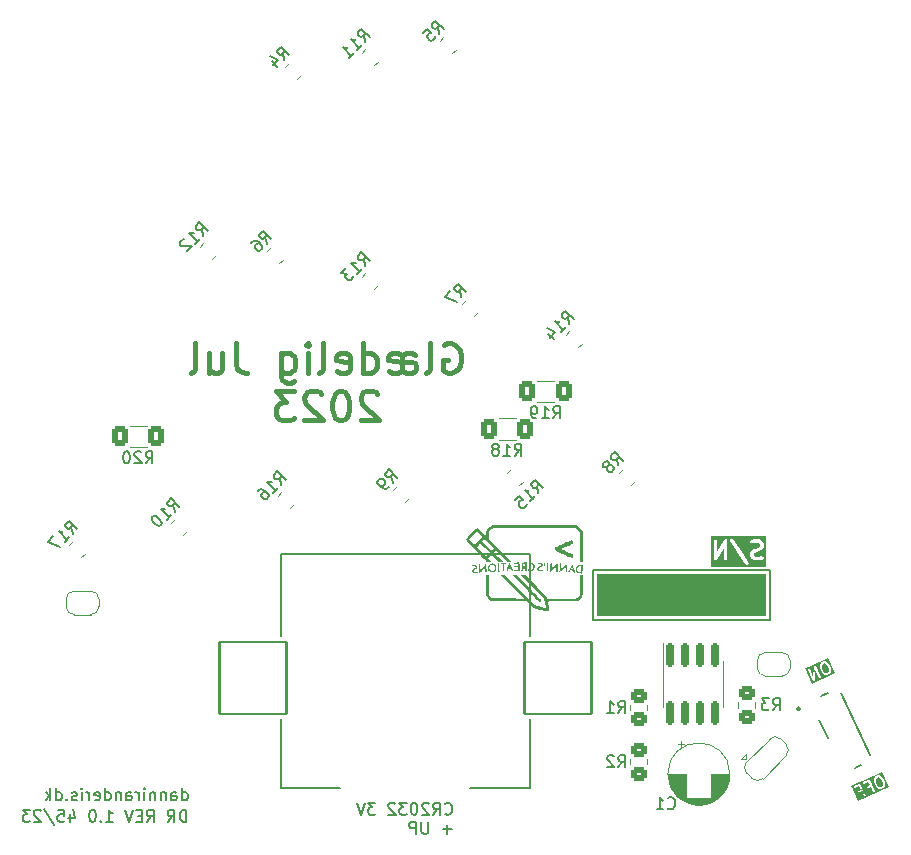
<source format=gbo>
G04 #@! TF.GenerationSoftware,KiCad,Pcbnew,7.0.9*
G04 #@! TF.CreationDate,2023-11-12T20:37:04+01:00*
G04 #@! TF.ProjectId,christmas_ornament_2023,63687269-7374-46d6-9173-5f6f726e616d,1.0*
G04 #@! TF.SameCoordinates,Original*
G04 #@! TF.FileFunction,Legend,Bot*
G04 #@! TF.FilePolarity,Positive*
%FSLAX46Y46*%
G04 Gerber Fmt 4.6, Leading zero omitted, Abs format (unit mm)*
G04 Created by KiCad (PCBNEW 7.0.9) date 2023-11-12 20:37:04*
%MOMM*%
%LPD*%
G01*
G04 APERTURE LIST*
G04 Aperture macros list*
%AMRoundRect*
0 Rectangle with rounded corners*
0 $1 Rounding radius*
0 $2 $3 $4 $5 $6 $7 $8 $9 X,Y pos of 4 corners*
0 Add a 4 corners polygon primitive as box body*
4,1,4,$2,$3,$4,$5,$6,$7,$8,$9,$2,$3,0*
0 Add four circle primitives for the rounded corners*
1,1,$1+$1,$2,$3*
1,1,$1+$1,$4,$5*
1,1,$1+$1,$6,$7*
1,1,$1+$1,$8,$9*
0 Add four rect primitives between the rounded corners*
20,1,$1+$1,$2,$3,$4,$5,0*
20,1,$1+$1,$4,$5,$6,$7,0*
20,1,$1+$1,$6,$7,$8,$9,0*
20,1,$1+$1,$8,$9,$2,$3,0*%
%AMHorizOval*
0 Thick line with rounded ends*
0 $1 width*
0 $2 $3 position (X,Y) of the first rounded end (center of the circle)*
0 $4 $5 position (X,Y) of the second rounded end (center of the circle)*
0 Add line between two ends*
20,1,$1,$2,$3,$4,$5,0*
0 Add two circle primitives to create the rounded ends*
1,1,$1,$2,$3*
1,1,$1,$4,$5*%
%AMRotRect*
0 Rectangle, with rotation*
0 The origin of the aperture is its center*
0 $1 length*
0 $2 width*
0 $3 Rotation angle, in degrees counterclockwise*
0 Add horizontal line*
21,1,$1,$2,0,0,$3*%
%AMFreePoly0*
4,1,19,0.500000,-0.750000,0.000000,-0.750000,0.000000,-0.744911,-0.071157,-0.744911,-0.207708,-0.704816,-0.327430,-0.627875,-0.420627,-0.520320,-0.479746,-0.390866,-0.500000,-0.250000,-0.500000,0.250000,-0.479746,0.390866,-0.420627,0.520320,-0.327430,0.627875,-0.207708,0.704816,-0.071157,0.744911,0.000000,0.744911,0.000000,0.750000,0.500000,0.750000,0.500000,-0.750000,0.500000,-0.750000,
$1*%
%AMFreePoly1*
4,1,19,0.000000,0.744911,0.071157,0.744911,0.207708,0.704816,0.327430,0.627875,0.420627,0.520320,0.479746,0.390866,0.500000,0.250000,0.500000,-0.250000,0.479746,-0.390866,0.420627,-0.520320,0.327430,-0.627875,0.207708,-0.704816,0.071157,-0.744911,0.000000,-0.744911,0.000000,-0.750000,-0.500000,-0.750000,-0.500000,0.750000,0.000000,0.750000,0.000000,0.744911,0.000000,0.744911,
$1*%
%AMFreePoly2*
4,1,19,0.550000,-0.750000,0.000000,-0.750000,0.000000,-0.744912,-0.071157,-0.744911,-0.207708,-0.704816,-0.327430,-0.627875,-0.420627,-0.520320,-0.479746,-0.390866,-0.500000,-0.250000,-0.500000,0.250000,-0.479746,0.390866,-0.420627,0.520320,-0.327430,0.627875,-0.207708,0.704816,-0.071157,0.744911,0.000000,0.744912,0.000000,0.750000,0.550000,0.750000,0.550000,-0.750000,0.550000,-0.750000,
$1*%
%AMFreePoly3*
4,1,19,0.000000,0.744912,0.071157,0.744911,0.207708,0.704816,0.327430,0.627875,0.420627,0.520320,0.479746,0.390866,0.500000,0.250000,0.500000,-0.250000,0.479746,-0.390866,0.420627,-0.520320,0.327430,-0.627875,0.207708,-0.704816,0.071157,-0.744911,0.000000,-0.744912,0.000000,-0.750000,-0.550000,-0.750000,-0.550000,0.750000,0.000000,0.750000,0.000000,0.744912,0.000000,0.744912,
$1*%
G04 Aperture macros list end*
%ADD10C,0.153000*%
%ADD11C,0.400000*%
%ADD12C,0.300000*%
%ADD13C,0.120000*%
%ADD14C,0.127000*%
%ADD15C,0.250000*%
%ADD16C,2.500000*%
%ADD17R,1.800000X1.800000*%
%ADD18C,1.800000*%
%ADD19RotRect,1.050000X1.500000X135.000000*%
%ADD20HorizOval,1.050000X0.159099X0.159099X-0.159099X-0.159099X0*%
%ADD21RotRect,1.600000X1.600000X45.000000*%
%ADD22HorizOval,1.600000X0.000000X0.000000X0.000000X0.000000X0*%
%ADD23RotRect,1.600000X1.600000X225.000000*%
%ADD24HorizOval,1.600000X0.000000X0.000000X0.000000X0.000000X0*%
%ADD25R,1.200000X1.200000*%
%ADD26C,1.200000*%
%ADD27RotRect,1.200000X1.200000X315.000000*%
%ADD28R,1.600000X1.600000*%
%ADD29C,1.600000*%
%ADD30RoundRect,0.250000X-0.070711X0.565685X-0.565685X0.070711X0.070711X-0.565685X0.565685X-0.070711X0*%
%ADD31RoundRect,0.250000X0.450000X-0.350000X0.450000X0.350000X-0.450000X0.350000X-0.450000X-0.350000X0*%
%ADD32FreePoly0,180.000000*%
%ADD33FreePoly1,180.000000*%
%ADD34FreePoly0,0.000000*%
%ADD35FreePoly1,0.000000*%
%ADD36RoundRect,0.250000X-0.450000X0.350000X-0.450000X-0.350000X0.450000X-0.350000X0.450000X0.350000X0*%
%ADD37FreePoly2,45.000000*%
%ADD38RotRect,1.000000X1.500000X45.000000*%
%ADD39FreePoly3,45.000000*%
%ADD40RoundRect,0.250000X-0.400000X-0.625000X0.400000X-0.625000X0.400000X0.625000X-0.400000X0.625000X0*%
%ADD41C,18.104000*%
%ADD42RoundRect,0.102000X2.850000X3.050000X-2.850000X3.050000X-2.850000X-3.050000X2.850000X-3.050000X0*%
%ADD43C,0.900000*%
%ADD44RoundRect,0.102000X-0.827647X0.000244X-0.531814X-0.634171X0.827647X-0.000244X0.531814X0.634171X0*%
%ADD45RoundRect,0.102000X-0.573832X0.284107X-0.151214X-0.622201X0.573832X-0.284107X0.151214X0.622201X0*%
%ADD46RoundRect,0.150000X-0.150000X0.825000X-0.150000X-0.825000X0.150000X-0.825000X0.150000X0.825000X0*%
G04 APERTURE END LIST*
D10*
X95863819Y-128593424D02*
X95911438Y-128641044D01*
X95911438Y-128641044D02*
X96054295Y-128688663D01*
X96054295Y-128688663D02*
X96149533Y-128688663D01*
X96149533Y-128688663D02*
X96292390Y-128641044D01*
X96292390Y-128641044D02*
X96387628Y-128545805D01*
X96387628Y-128545805D02*
X96435247Y-128450567D01*
X96435247Y-128450567D02*
X96482866Y-128260091D01*
X96482866Y-128260091D02*
X96482866Y-128117234D01*
X96482866Y-128117234D02*
X96435247Y-127926758D01*
X96435247Y-127926758D02*
X96387628Y-127831520D01*
X96387628Y-127831520D02*
X96292390Y-127736282D01*
X96292390Y-127736282D02*
X96149533Y-127688663D01*
X96149533Y-127688663D02*
X96054295Y-127688663D01*
X96054295Y-127688663D02*
X95911438Y-127736282D01*
X95911438Y-127736282D02*
X95863819Y-127783901D01*
X94863819Y-128688663D02*
X95197152Y-128212472D01*
X95435247Y-128688663D02*
X95435247Y-127688663D01*
X95435247Y-127688663D02*
X95054295Y-127688663D01*
X95054295Y-127688663D02*
X94959057Y-127736282D01*
X94959057Y-127736282D02*
X94911438Y-127783901D01*
X94911438Y-127783901D02*
X94863819Y-127879139D01*
X94863819Y-127879139D02*
X94863819Y-128021996D01*
X94863819Y-128021996D02*
X94911438Y-128117234D01*
X94911438Y-128117234D02*
X94959057Y-128164853D01*
X94959057Y-128164853D02*
X95054295Y-128212472D01*
X95054295Y-128212472D02*
X95435247Y-128212472D01*
X94482866Y-127783901D02*
X94435247Y-127736282D01*
X94435247Y-127736282D02*
X94340009Y-127688663D01*
X94340009Y-127688663D02*
X94101914Y-127688663D01*
X94101914Y-127688663D02*
X94006676Y-127736282D01*
X94006676Y-127736282D02*
X93959057Y-127783901D01*
X93959057Y-127783901D02*
X93911438Y-127879139D01*
X93911438Y-127879139D02*
X93911438Y-127974377D01*
X93911438Y-127974377D02*
X93959057Y-128117234D01*
X93959057Y-128117234D02*
X94530485Y-128688663D01*
X94530485Y-128688663D02*
X93911438Y-128688663D01*
X93292390Y-127688663D02*
X93197152Y-127688663D01*
X93197152Y-127688663D02*
X93101914Y-127736282D01*
X93101914Y-127736282D02*
X93054295Y-127783901D01*
X93054295Y-127783901D02*
X93006676Y-127879139D01*
X93006676Y-127879139D02*
X92959057Y-128069615D01*
X92959057Y-128069615D02*
X92959057Y-128307710D01*
X92959057Y-128307710D02*
X93006676Y-128498186D01*
X93006676Y-128498186D02*
X93054295Y-128593424D01*
X93054295Y-128593424D02*
X93101914Y-128641044D01*
X93101914Y-128641044D02*
X93197152Y-128688663D01*
X93197152Y-128688663D02*
X93292390Y-128688663D01*
X93292390Y-128688663D02*
X93387628Y-128641044D01*
X93387628Y-128641044D02*
X93435247Y-128593424D01*
X93435247Y-128593424D02*
X93482866Y-128498186D01*
X93482866Y-128498186D02*
X93530485Y-128307710D01*
X93530485Y-128307710D02*
X93530485Y-128069615D01*
X93530485Y-128069615D02*
X93482866Y-127879139D01*
X93482866Y-127879139D02*
X93435247Y-127783901D01*
X93435247Y-127783901D02*
X93387628Y-127736282D01*
X93387628Y-127736282D02*
X93292390Y-127688663D01*
X92625723Y-127688663D02*
X92006676Y-127688663D01*
X92006676Y-127688663D02*
X92340009Y-128069615D01*
X92340009Y-128069615D02*
X92197152Y-128069615D01*
X92197152Y-128069615D02*
X92101914Y-128117234D01*
X92101914Y-128117234D02*
X92054295Y-128164853D01*
X92054295Y-128164853D02*
X92006676Y-128260091D01*
X92006676Y-128260091D02*
X92006676Y-128498186D01*
X92006676Y-128498186D02*
X92054295Y-128593424D01*
X92054295Y-128593424D02*
X92101914Y-128641044D01*
X92101914Y-128641044D02*
X92197152Y-128688663D01*
X92197152Y-128688663D02*
X92482866Y-128688663D01*
X92482866Y-128688663D02*
X92578104Y-128641044D01*
X92578104Y-128641044D02*
X92625723Y-128593424D01*
X91625723Y-127783901D02*
X91578104Y-127736282D01*
X91578104Y-127736282D02*
X91482866Y-127688663D01*
X91482866Y-127688663D02*
X91244771Y-127688663D01*
X91244771Y-127688663D02*
X91149533Y-127736282D01*
X91149533Y-127736282D02*
X91101914Y-127783901D01*
X91101914Y-127783901D02*
X91054295Y-127879139D01*
X91054295Y-127879139D02*
X91054295Y-127974377D01*
X91054295Y-127974377D02*
X91101914Y-128117234D01*
X91101914Y-128117234D02*
X91673342Y-128688663D01*
X91673342Y-128688663D02*
X91054295Y-128688663D01*
X89959056Y-127688663D02*
X89340009Y-127688663D01*
X89340009Y-127688663D02*
X89673342Y-128069615D01*
X89673342Y-128069615D02*
X89530485Y-128069615D01*
X89530485Y-128069615D02*
X89435247Y-128117234D01*
X89435247Y-128117234D02*
X89387628Y-128164853D01*
X89387628Y-128164853D02*
X89340009Y-128260091D01*
X89340009Y-128260091D02*
X89340009Y-128498186D01*
X89340009Y-128498186D02*
X89387628Y-128593424D01*
X89387628Y-128593424D02*
X89435247Y-128641044D01*
X89435247Y-128641044D02*
X89530485Y-128688663D01*
X89530485Y-128688663D02*
X89816199Y-128688663D01*
X89816199Y-128688663D02*
X89911437Y-128641044D01*
X89911437Y-128641044D02*
X89959056Y-128593424D01*
X89054294Y-127688663D02*
X88720961Y-128688663D01*
X88720961Y-128688663D02*
X88387628Y-127688663D01*
X96435247Y-129917710D02*
X95673343Y-129917710D01*
X96054295Y-130298663D02*
X96054295Y-129536758D01*
X94435247Y-129298663D02*
X94435247Y-130108186D01*
X94435247Y-130108186D02*
X94387628Y-130203424D01*
X94387628Y-130203424D02*
X94340009Y-130251044D01*
X94340009Y-130251044D02*
X94244771Y-130298663D01*
X94244771Y-130298663D02*
X94054295Y-130298663D01*
X94054295Y-130298663D02*
X93959057Y-130251044D01*
X93959057Y-130251044D02*
X93911438Y-130203424D01*
X93911438Y-130203424D02*
X93863819Y-130108186D01*
X93863819Y-130108186D02*
X93863819Y-129298663D01*
X93387628Y-130298663D02*
X93387628Y-129298663D01*
X93387628Y-129298663D02*
X93006676Y-129298663D01*
X93006676Y-129298663D02*
X92911438Y-129346282D01*
X92911438Y-129346282D02*
X92863819Y-129393901D01*
X92863819Y-129393901D02*
X92816200Y-129489139D01*
X92816200Y-129489139D02*
X92816200Y-129631996D01*
X92816200Y-129631996D02*
X92863819Y-129727234D01*
X92863819Y-129727234D02*
X92911438Y-129774853D01*
X92911438Y-129774853D02*
X93006676Y-129822472D01*
X93006676Y-129822472D02*
X93387628Y-129822472D01*
G36*
X132611594Y-125516267D02*
G01*
X132706583Y-125550841D01*
X132810961Y-125679572D01*
X132943874Y-125964601D01*
X132975395Y-126127312D01*
X132940823Y-126222297D01*
X132893575Y-126281835D01*
X132753678Y-126347069D01*
X132677704Y-126344994D01*
X132582714Y-126310421D01*
X132478337Y-126181692D01*
X132345423Y-125896661D01*
X132313902Y-125733951D01*
X132348474Y-125638964D01*
X132395723Y-125579426D01*
X132535619Y-125514192D01*
X132611594Y-125516267D01*
G37*
G36*
X133449570Y-126349013D02*
G01*
X130851981Y-127560289D01*
X130302892Y-126382763D01*
X130460516Y-126382763D01*
X130490530Y-126425628D01*
X130541076Y-126439172D01*
X130566739Y-126432296D01*
X130928981Y-126263379D01*
X131065568Y-126556290D01*
X130832798Y-126664831D01*
X130795796Y-126701834D01*
X130791234Y-126753964D01*
X130821249Y-126796829D01*
X130871795Y-126810373D01*
X130897458Y-126803497D01*
X131130228Y-126694955D01*
X131319269Y-127100354D01*
X131356272Y-127137356D01*
X131408402Y-127141917D01*
X131451267Y-127111903D01*
X131464811Y-127061357D01*
X131457935Y-127035694D01*
X131035317Y-126129386D01*
X131021261Y-126115330D01*
X131009862Y-126099051D01*
X131003194Y-126097264D01*
X130998314Y-126092384D01*
X130978514Y-126090651D01*
X130959317Y-126085508D01*
X130949570Y-126088119D01*
X130946184Y-126087823D01*
X130943399Y-126089772D01*
X130933653Y-126092384D01*
X130502079Y-126293630D01*
X130465077Y-126330633D01*
X130460516Y-126382763D01*
X130302892Y-126382763D01*
X130243954Y-126256371D01*
X130749740Y-126020519D01*
X131237351Y-126020519D01*
X131267365Y-126063384D01*
X131317911Y-126076928D01*
X131343574Y-126070052D01*
X131705816Y-125901135D01*
X131842403Y-126194044D01*
X131609634Y-126302588D01*
X131572632Y-126339590D01*
X131568071Y-126391720D01*
X131598085Y-126434585D01*
X131648631Y-126448129D01*
X131674294Y-126441252D01*
X131907063Y-126332709D01*
X132096106Y-126738111D01*
X132133108Y-126775113D01*
X132185238Y-126779674D01*
X132228103Y-126749659D01*
X132241647Y-126699114D01*
X132234771Y-126673450D01*
X131812152Y-125767142D01*
X131798096Y-125753086D01*
X131786697Y-125736807D01*
X131780029Y-125735020D01*
X131775149Y-125730140D01*
X131755349Y-125728407D01*
X131736152Y-125723264D01*
X131726405Y-125725875D01*
X131723019Y-125725579D01*
X131720234Y-125727528D01*
X131710488Y-125730140D01*
X131278914Y-125931386D01*
X131241912Y-125968389D01*
X131237351Y-126020519D01*
X130749740Y-126020519D01*
X131403465Y-125715682D01*
X132159219Y-125715682D01*
X132159665Y-125742247D01*
X132197006Y-125935003D01*
X132198826Y-125938036D01*
X132202778Y-125952783D01*
X132343651Y-126254885D01*
X132346151Y-126257385D01*
X132353562Y-126270735D01*
X132477218Y-126423242D01*
X132483691Y-126427126D01*
X132487466Y-126433663D01*
X132510475Y-126446948D01*
X132637038Y-126493012D01*
X132638706Y-126493012D01*
X132661114Y-126497597D01*
X132767554Y-126500505D01*
X132771891Y-126499059D01*
X132776310Y-126500243D01*
X132801973Y-126493367D01*
X132974603Y-126412869D01*
X132977838Y-126409633D01*
X132982318Y-126408717D01*
X133002197Y-126391090D01*
X133068387Y-126307683D01*
X133068915Y-126306098D01*
X133080349Y-126286294D01*
X133126416Y-126159728D01*
X133126415Y-126152178D01*
X133130079Y-126145580D01*
X133129633Y-126119015D01*
X133092292Y-125926261D01*
X133090472Y-125923229D01*
X133086521Y-125908480D01*
X132945648Y-125606377D01*
X132943146Y-125603875D01*
X132935736Y-125590526D01*
X132812080Y-125438021D01*
X132805607Y-125434137D01*
X132801833Y-125427600D01*
X132778824Y-125414316D01*
X132652259Y-125368250D01*
X132650592Y-125368250D01*
X132628184Y-125363665D01*
X132521744Y-125360757D01*
X132517406Y-125362202D01*
X132512988Y-125361019D01*
X132487324Y-125367896D01*
X132314695Y-125448395D01*
X132311461Y-125451628D01*
X132306981Y-125452545D01*
X132287102Y-125470172D01*
X132220911Y-125553579D01*
X132220382Y-125555163D01*
X132208947Y-125574970D01*
X132162882Y-125701534D01*
X132162882Y-125709083D01*
X132159219Y-125715682D01*
X131403465Y-125715682D01*
X132841543Y-125045095D01*
X133449570Y-126349013D01*
G37*
G36*
X128039594Y-115864267D02*
G01*
X128134583Y-115898841D01*
X128238961Y-116027572D01*
X128371874Y-116312601D01*
X128403395Y-116475312D01*
X128368823Y-116570297D01*
X128321575Y-116629835D01*
X128181678Y-116695069D01*
X128105704Y-116692994D01*
X128010714Y-116658421D01*
X127906337Y-116529692D01*
X127773423Y-116244661D01*
X127741902Y-116081951D01*
X127776474Y-115986964D01*
X127823723Y-115927426D01*
X127963619Y-115862192D01*
X128039594Y-115864267D01*
G37*
G36*
X128877570Y-116697013D02*
G01*
X126969447Y-117586786D01*
X126414004Y-116395635D01*
X126576720Y-116395635D01*
X126583596Y-116421298D01*
X127006216Y-117327607D01*
X127011217Y-117332608D01*
X127013079Y-117339433D01*
X127029276Y-117350667D01*
X127043218Y-117364609D01*
X127050265Y-117365225D01*
X127056078Y-117369257D01*
X127075706Y-117367451D01*
X127095348Y-117369170D01*
X127101143Y-117365111D01*
X127108187Y-117364464D01*
X127122063Y-117350463D01*
X127138213Y-117339155D01*
X127140044Y-117332321D01*
X127145023Y-117327298D01*
X127151786Y-117301604D01*
X127223228Y-116440879D01*
X127524106Y-117086111D01*
X127561108Y-117123113D01*
X127613238Y-117127674D01*
X127656103Y-117097659D01*
X127669647Y-117047114D01*
X127662771Y-117021450D01*
X127240152Y-116115142D01*
X127235149Y-116110139D01*
X127233288Y-116103315D01*
X127217088Y-116092078D01*
X127203149Y-116078140D01*
X127196102Y-116077523D01*
X127190289Y-116073491D01*
X127170654Y-116075296D01*
X127151019Y-116073579D01*
X127145224Y-116077636D01*
X127138180Y-116078284D01*
X127124302Y-116092285D01*
X127108154Y-116103593D01*
X127106322Y-116110426D01*
X127101344Y-116115450D01*
X127094581Y-116141144D01*
X127023138Y-117001868D01*
X126722262Y-116356638D01*
X126685259Y-116319636D01*
X126633129Y-116315075D01*
X126590264Y-116345089D01*
X126576720Y-116395635D01*
X126414004Y-116395635D01*
X126361420Y-116282868D01*
X126831466Y-116063682D01*
X127587219Y-116063682D01*
X127587665Y-116090247D01*
X127625006Y-116283003D01*
X127626826Y-116286036D01*
X127630778Y-116300783D01*
X127771651Y-116602885D01*
X127774151Y-116605385D01*
X127781562Y-116618735D01*
X127905218Y-116771242D01*
X127911691Y-116775126D01*
X127915466Y-116781663D01*
X127938475Y-116794948D01*
X128065038Y-116841012D01*
X128066706Y-116841012D01*
X128089114Y-116845597D01*
X128195554Y-116848505D01*
X128199891Y-116847059D01*
X128204310Y-116848243D01*
X128229973Y-116841367D01*
X128402603Y-116760869D01*
X128405838Y-116757633D01*
X128410318Y-116756717D01*
X128430197Y-116739090D01*
X128496387Y-116655683D01*
X128496915Y-116654098D01*
X128508349Y-116634294D01*
X128554416Y-116507728D01*
X128554415Y-116500178D01*
X128558079Y-116493580D01*
X128557633Y-116467015D01*
X128520292Y-116274261D01*
X128518472Y-116271229D01*
X128514521Y-116256480D01*
X128373648Y-115954377D01*
X128371146Y-115951875D01*
X128363736Y-115938526D01*
X128240080Y-115786021D01*
X128233607Y-115782137D01*
X128229833Y-115775600D01*
X128206824Y-115762316D01*
X128080259Y-115716250D01*
X128078592Y-115716250D01*
X128056184Y-115711665D01*
X127949744Y-115708757D01*
X127945406Y-115710202D01*
X127940988Y-115709019D01*
X127915324Y-115715896D01*
X127742695Y-115796395D01*
X127739461Y-115799628D01*
X127734981Y-115800545D01*
X127715102Y-115818172D01*
X127648911Y-115901579D01*
X127648382Y-115903163D01*
X127636947Y-115922970D01*
X127590882Y-116049534D01*
X127590882Y-116057083D01*
X127587219Y-116063682D01*
X126831466Y-116063682D01*
X128269544Y-115393096D01*
X128877570Y-116697013D01*
G37*
D11*
X95792476Y-88898295D02*
X96030571Y-88779247D01*
X96030571Y-88779247D02*
X96387714Y-88779247D01*
X96387714Y-88779247D02*
X96744857Y-88898295D01*
X96744857Y-88898295D02*
X96982952Y-89136390D01*
X96982952Y-89136390D02*
X97101999Y-89374485D01*
X97101999Y-89374485D02*
X97221047Y-89850676D01*
X97221047Y-89850676D02*
X97221047Y-90207819D01*
X97221047Y-90207819D02*
X97101999Y-90684009D01*
X97101999Y-90684009D02*
X96982952Y-90922104D01*
X96982952Y-90922104D02*
X96744857Y-91160200D01*
X96744857Y-91160200D02*
X96387714Y-91279247D01*
X96387714Y-91279247D02*
X96149618Y-91279247D01*
X96149618Y-91279247D02*
X95792476Y-91160200D01*
X95792476Y-91160200D02*
X95673428Y-91041152D01*
X95673428Y-91041152D02*
X95673428Y-90207819D01*
X95673428Y-90207819D02*
X96149618Y-90207819D01*
X94244857Y-91279247D02*
X94482952Y-91160200D01*
X94482952Y-91160200D02*
X94601999Y-90922104D01*
X94601999Y-90922104D02*
X94601999Y-88779247D01*
X93292475Y-89731628D02*
X93054380Y-89612580D01*
X93054380Y-89612580D02*
X92578190Y-89612580D01*
X92578190Y-89612580D02*
X92340094Y-89731628D01*
X92340094Y-89731628D02*
X92221047Y-89969723D01*
X91149618Y-91160200D02*
X91387714Y-91279247D01*
X91387714Y-91279247D02*
X91863904Y-91279247D01*
X91863904Y-91279247D02*
X92101999Y-91160200D01*
X92101999Y-91160200D02*
X92221047Y-90922104D01*
X92221047Y-90922104D02*
X92221047Y-89969723D01*
X92221047Y-89969723D02*
X92101999Y-89731628D01*
X92101999Y-89731628D02*
X91863904Y-89612580D01*
X91863904Y-89612580D02*
X91387714Y-89612580D01*
X91387714Y-89612580D02*
X91149618Y-89731628D01*
X91149618Y-89731628D02*
X91030571Y-89969723D01*
X91030571Y-89969723D02*
X91030571Y-90207819D01*
X91030571Y-90207819D02*
X92221047Y-90326866D01*
X92221047Y-90326866D02*
X93054380Y-90326866D01*
X93054380Y-90326866D02*
X93292475Y-90445914D01*
X93292475Y-90445914D02*
X93411523Y-90684009D01*
X93411523Y-90684009D02*
X93411523Y-90922104D01*
X93411523Y-90922104D02*
X93292475Y-91160200D01*
X93292475Y-91160200D02*
X93054380Y-91279247D01*
X93054380Y-91279247D02*
X92578190Y-91279247D01*
X92578190Y-91279247D02*
X92340094Y-91160200D01*
X92340094Y-91160200D02*
X92221047Y-90922104D01*
X88887714Y-91279247D02*
X88887714Y-88779247D01*
X88887714Y-91160200D02*
X89125809Y-91279247D01*
X89125809Y-91279247D02*
X89602000Y-91279247D01*
X89602000Y-91279247D02*
X89840095Y-91160200D01*
X89840095Y-91160200D02*
X89959142Y-91041152D01*
X89959142Y-91041152D02*
X90078190Y-90803057D01*
X90078190Y-90803057D02*
X90078190Y-90088771D01*
X90078190Y-90088771D02*
X89959142Y-89850676D01*
X89959142Y-89850676D02*
X89840095Y-89731628D01*
X89840095Y-89731628D02*
X89602000Y-89612580D01*
X89602000Y-89612580D02*
X89125809Y-89612580D01*
X89125809Y-89612580D02*
X88887714Y-89731628D01*
X86744856Y-91160200D02*
X86982952Y-91279247D01*
X86982952Y-91279247D02*
X87459142Y-91279247D01*
X87459142Y-91279247D02*
X87697237Y-91160200D01*
X87697237Y-91160200D02*
X87816285Y-90922104D01*
X87816285Y-90922104D02*
X87816285Y-89969723D01*
X87816285Y-89969723D02*
X87697237Y-89731628D01*
X87697237Y-89731628D02*
X87459142Y-89612580D01*
X87459142Y-89612580D02*
X86982952Y-89612580D01*
X86982952Y-89612580D02*
X86744856Y-89731628D01*
X86744856Y-89731628D02*
X86625809Y-89969723D01*
X86625809Y-89969723D02*
X86625809Y-90207819D01*
X86625809Y-90207819D02*
X87816285Y-90445914D01*
X85197238Y-91279247D02*
X85435333Y-91160200D01*
X85435333Y-91160200D02*
X85554380Y-90922104D01*
X85554380Y-90922104D02*
X85554380Y-88779247D01*
X84244856Y-91279247D02*
X84244856Y-89612580D01*
X84244856Y-88779247D02*
X84363904Y-88898295D01*
X84363904Y-88898295D02*
X84244856Y-89017342D01*
X84244856Y-89017342D02*
X84125809Y-88898295D01*
X84125809Y-88898295D02*
X84244856Y-88779247D01*
X84244856Y-88779247D02*
X84244856Y-89017342D01*
X81982952Y-89612580D02*
X81982952Y-91636390D01*
X81982952Y-91636390D02*
X82101999Y-91874485D01*
X82101999Y-91874485D02*
X82221047Y-91993533D01*
X82221047Y-91993533D02*
X82459142Y-92112580D01*
X82459142Y-92112580D02*
X82816285Y-92112580D01*
X82816285Y-92112580D02*
X83054380Y-91993533D01*
X81982952Y-91160200D02*
X82221047Y-91279247D01*
X82221047Y-91279247D02*
X82697238Y-91279247D01*
X82697238Y-91279247D02*
X82935333Y-91160200D01*
X82935333Y-91160200D02*
X83054380Y-91041152D01*
X83054380Y-91041152D02*
X83173428Y-90803057D01*
X83173428Y-90803057D02*
X83173428Y-90088771D01*
X83173428Y-90088771D02*
X83054380Y-89850676D01*
X83054380Y-89850676D02*
X82935333Y-89731628D01*
X82935333Y-89731628D02*
X82697238Y-89612580D01*
X82697238Y-89612580D02*
X82221047Y-89612580D01*
X82221047Y-89612580D02*
X81982952Y-89731628D01*
X78173428Y-88779247D02*
X78173428Y-90564961D01*
X78173428Y-90564961D02*
X78292475Y-90922104D01*
X78292475Y-90922104D02*
X78530571Y-91160200D01*
X78530571Y-91160200D02*
X78887713Y-91279247D01*
X78887713Y-91279247D02*
X79125809Y-91279247D01*
X75911523Y-89612580D02*
X75911523Y-91279247D01*
X76982951Y-89612580D02*
X76982951Y-90922104D01*
X76982951Y-90922104D02*
X76863904Y-91160200D01*
X76863904Y-91160200D02*
X76625809Y-91279247D01*
X76625809Y-91279247D02*
X76268666Y-91279247D01*
X76268666Y-91279247D02*
X76030570Y-91160200D01*
X76030570Y-91160200D02*
X75911523Y-91041152D01*
X74363904Y-91279247D02*
X74601999Y-91160200D01*
X74601999Y-91160200D02*
X74721046Y-90922104D01*
X74721046Y-90922104D02*
X74721046Y-88779247D01*
X90137713Y-93042342D02*
X90018665Y-92923295D01*
X90018665Y-92923295D02*
X89780570Y-92804247D01*
X89780570Y-92804247D02*
X89185332Y-92804247D01*
X89185332Y-92804247D02*
X88947237Y-92923295D01*
X88947237Y-92923295D02*
X88828189Y-93042342D01*
X88828189Y-93042342D02*
X88709142Y-93280438D01*
X88709142Y-93280438D02*
X88709142Y-93518533D01*
X88709142Y-93518533D02*
X88828189Y-93875676D01*
X88828189Y-93875676D02*
X90256761Y-95304247D01*
X90256761Y-95304247D02*
X88709142Y-95304247D01*
X87161523Y-92804247D02*
X86923428Y-92804247D01*
X86923428Y-92804247D02*
X86685332Y-92923295D01*
X86685332Y-92923295D02*
X86566285Y-93042342D01*
X86566285Y-93042342D02*
X86447237Y-93280438D01*
X86447237Y-93280438D02*
X86328190Y-93756628D01*
X86328190Y-93756628D02*
X86328190Y-94351866D01*
X86328190Y-94351866D02*
X86447237Y-94828057D01*
X86447237Y-94828057D02*
X86566285Y-95066152D01*
X86566285Y-95066152D02*
X86685332Y-95185200D01*
X86685332Y-95185200D02*
X86923428Y-95304247D01*
X86923428Y-95304247D02*
X87161523Y-95304247D01*
X87161523Y-95304247D02*
X87399618Y-95185200D01*
X87399618Y-95185200D02*
X87518666Y-95066152D01*
X87518666Y-95066152D02*
X87637713Y-94828057D01*
X87637713Y-94828057D02*
X87756761Y-94351866D01*
X87756761Y-94351866D02*
X87756761Y-93756628D01*
X87756761Y-93756628D02*
X87637713Y-93280438D01*
X87637713Y-93280438D02*
X87518666Y-93042342D01*
X87518666Y-93042342D02*
X87399618Y-92923295D01*
X87399618Y-92923295D02*
X87161523Y-92804247D01*
X85375809Y-93042342D02*
X85256761Y-92923295D01*
X85256761Y-92923295D02*
X85018666Y-92804247D01*
X85018666Y-92804247D02*
X84423428Y-92804247D01*
X84423428Y-92804247D02*
X84185333Y-92923295D01*
X84185333Y-92923295D02*
X84066285Y-93042342D01*
X84066285Y-93042342D02*
X83947238Y-93280438D01*
X83947238Y-93280438D02*
X83947238Y-93518533D01*
X83947238Y-93518533D02*
X84066285Y-93875676D01*
X84066285Y-93875676D02*
X85494857Y-95304247D01*
X85494857Y-95304247D02*
X83947238Y-95304247D01*
X83113905Y-92804247D02*
X81566286Y-92804247D01*
X81566286Y-92804247D02*
X82399619Y-93756628D01*
X82399619Y-93756628D02*
X82042476Y-93756628D01*
X82042476Y-93756628D02*
X81804381Y-93875676D01*
X81804381Y-93875676D02*
X81685333Y-93994723D01*
X81685333Y-93994723D02*
X81566286Y-94232819D01*
X81566286Y-94232819D02*
X81566286Y-94828057D01*
X81566286Y-94828057D02*
X81685333Y-95066152D01*
X81685333Y-95066152D02*
X81804381Y-95185200D01*
X81804381Y-95185200D02*
X82042476Y-95304247D01*
X82042476Y-95304247D02*
X82756762Y-95304247D01*
X82756762Y-95304247D02*
X82994857Y-95185200D01*
X82994857Y-95185200D02*
X83113905Y-95066152D01*
D10*
X73956247Y-129282663D02*
X73956247Y-128282663D01*
X73956247Y-128282663D02*
X73718152Y-128282663D01*
X73718152Y-128282663D02*
X73575295Y-128330282D01*
X73575295Y-128330282D02*
X73480057Y-128425520D01*
X73480057Y-128425520D02*
X73432438Y-128520758D01*
X73432438Y-128520758D02*
X73384819Y-128711234D01*
X73384819Y-128711234D02*
X73384819Y-128854091D01*
X73384819Y-128854091D02*
X73432438Y-129044567D01*
X73432438Y-129044567D02*
X73480057Y-129139805D01*
X73480057Y-129139805D02*
X73575295Y-129235044D01*
X73575295Y-129235044D02*
X73718152Y-129282663D01*
X73718152Y-129282663D02*
X73956247Y-129282663D01*
X72384819Y-129282663D02*
X72718152Y-128806472D01*
X72956247Y-129282663D02*
X72956247Y-128282663D01*
X72956247Y-128282663D02*
X72575295Y-128282663D01*
X72575295Y-128282663D02*
X72480057Y-128330282D01*
X72480057Y-128330282D02*
X72432438Y-128377901D01*
X72432438Y-128377901D02*
X72384819Y-128473139D01*
X72384819Y-128473139D02*
X72384819Y-128615996D01*
X72384819Y-128615996D02*
X72432438Y-128711234D01*
X72432438Y-128711234D02*
X72480057Y-128758853D01*
X72480057Y-128758853D02*
X72575295Y-128806472D01*
X72575295Y-128806472D02*
X72956247Y-128806472D01*
X70622914Y-129282663D02*
X70956247Y-128806472D01*
X71194342Y-129282663D02*
X71194342Y-128282663D01*
X71194342Y-128282663D02*
X70813390Y-128282663D01*
X70813390Y-128282663D02*
X70718152Y-128330282D01*
X70718152Y-128330282D02*
X70670533Y-128377901D01*
X70670533Y-128377901D02*
X70622914Y-128473139D01*
X70622914Y-128473139D02*
X70622914Y-128615996D01*
X70622914Y-128615996D02*
X70670533Y-128711234D01*
X70670533Y-128711234D02*
X70718152Y-128758853D01*
X70718152Y-128758853D02*
X70813390Y-128806472D01*
X70813390Y-128806472D02*
X71194342Y-128806472D01*
X70194342Y-128758853D02*
X69861009Y-128758853D01*
X69718152Y-129282663D02*
X70194342Y-129282663D01*
X70194342Y-129282663D02*
X70194342Y-128282663D01*
X70194342Y-128282663D02*
X69718152Y-128282663D01*
X69432437Y-128282663D02*
X69099104Y-129282663D01*
X69099104Y-129282663D02*
X68765771Y-128282663D01*
X67146723Y-129282663D02*
X67718151Y-129282663D01*
X67432437Y-129282663D02*
X67432437Y-128282663D01*
X67432437Y-128282663D02*
X67527675Y-128425520D01*
X67527675Y-128425520D02*
X67622913Y-128520758D01*
X67622913Y-128520758D02*
X67718151Y-128568377D01*
X66718151Y-129187424D02*
X66670532Y-129235044D01*
X66670532Y-129235044D02*
X66718151Y-129282663D01*
X66718151Y-129282663D02*
X66765770Y-129235044D01*
X66765770Y-129235044D02*
X66718151Y-129187424D01*
X66718151Y-129187424D02*
X66718151Y-129282663D01*
X66051485Y-128282663D02*
X65956247Y-128282663D01*
X65956247Y-128282663D02*
X65861009Y-128330282D01*
X65861009Y-128330282D02*
X65813390Y-128377901D01*
X65813390Y-128377901D02*
X65765771Y-128473139D01*
X65765771Y-128473139D02*
X65718152Y-128663615D01*
X65718152Y-128663615D02*
X65718152Y-128901710D01*
X65718152Y-128901710D02*
X65765771Y-129092186D01*
X65765771Y-129092186D02*
X65813390Y-129187424D01*
X65813390Y-129187424D02*
X65861009Y-129235044D01*
X65861009Y-129235044D02*
X65956247Y-129282663D01*
X65956247Y-129282663D02*
X66051485Y-129282663D01*
X66051485Y-129282663D02*
X66146723Y-129235044D01*
X66146723Y-129235044D02*
X66194342Y-129187424D01*
X66194342Y-129187424D02*
X66241961Y-129092186D01*
X66241961Y-129092186D02*
X66289580Y-128901710D01*
X66289580Y-128901710D02*
X66289580Y-128663615D01*
X66289580Y-128663615D02*
X66241961Y-128473139D01*
X66241961Y-128473139D02*
X66194342Y-128377901D01*
X66194342Y-128377901D02*
X66146723Y-128330282D01*
X66146723Y-128330282D02*
X66051485Y-128282663D01*
X64099104Y-128615996D02*
X64099104Y-129282663D01*
X64337199Y-128235044D02*
X64575294Y-128949329D01*
X64575294Y-128949329D02*
X63956247Y-128949329D01*
X63099104Y-128282663D02*
X63575294Y-128282663D01*
X63575294Y-128282663D02*
X63622913Y-128758853D01*
X63622913Y-128758853D02*
X63575294Y-128711234D01*
X63575294Y-128711234D02*
X63480056Y-128663615D01*
X63480056Y-128663615D02*
X63241961Y-128663615D01*
X63241961Y-128663615D02*
X63146723Y-128711234D01*
X63146723Y-128711234D02*
X63099104Y-128758853D01*
X63099104Y-128758853D02*
X63051485Y-128854091D01*
X63051485Y-128854091D02*
X63051485Y-129092186D01*
X63051485Y-129092186D02*
X63099104Y-129187424D01*
X63099104Y-129187424D02*
X63146723Y-129235044D01*
X63146723Y-129235044D02*
X63241961Y-129282663D01*
X63241961Y-129282663D02*
X63480056Y-129282663D01*
X63480056Y-129282663D02*
X63575294Y-129235044D01*
X63575294Y-129235044D02*
X63622913Y-129187424D01*
X61908628Y-128235044D02*
X62765770Y-129520758D01*
X61622913Y-128377901D02*
X61575294Y-128330282D01*
X61575294Y-128330282D02*
X61480056Y-128282663D01*
X61480056Y-128282663D02*
X61241961Y-128282663D01*
X61241961Y-128282663D02*
X61146723Y-128330282D01*
X61146723Y-128330282D02*
X61099104Y-128377901D01*
X61099104Y-128377901D02*
X61051485Y-128473139D01*
X61051485Y-128473139D02*
X61051485Y-128568377D01*
X61051485Y-128568377D02*
X61099104Y-128711234D01*
X61099104Y-128711234D02*
X61670532Y-129282663D01*
X61670532Y-129282663D02*
X61051485Y-129282663D01*
X60718151Y-128282663D02*
X60099104Y-128282663D01*
X60099104Y-128282663D02*
X60432437Y-128663615D01*
X60432437Y-128663615D02*
X60289580Y-128663615D01*
X60289580Y-128663615D02*
X60194342Y-128711234D01*
X60194342Y-128711234D02*
X60146723Y-128758853D01*
X60146723Y-128758853D02*
X60099104Y-128854091D01*
X60099104Y-128854091D02*
X60099104Y-129092186D01*
X60099104Y-129092186D02*
X60146723Y-129187424D01*
X60146723Y-129187424D02*
X60194342Y-129235044D01*
X60194342Y-129235044D02*
X60289580Y-129282663D01*
X60289580Y-129282663D02*
X60575294Y-129282663D01*
X60575294Y-129282663D02*
X60670532Y-129235044D01*
X60670532Y-129235044D02*
X60718151Y-129187424D01*
X73595809Y-127454663D02*
X73595809Y-126454663D01*
X73595809Y-127407044D02*
X73691047Y-127454663D01*
X73691047Y-127454663D02*
X73881523Y-127454663D01*
X73881523Y-127454663D02*
X73976761Y-127407044D01*
X73976761Y-127407044D02*
X74024380Y-127359424D01*
X74024380Y-127359424D02*
X74071999Y-127264186D01*
X74071999Y-127264186D02*
X74071999Y-126978472D01*
X74071999Y-126978472D02*
X74024380Y-126883234D01*
X74024380Y-126883234D02*
X73976761Y-126835615D01*
X73976761Y-126835615D02*
X73881523Y-126787996D01*
X73881523Y-126787996D02*
X73691047Y-126787996D01*
X73691047Y-126787996D02*
X73595809Y-126835615D01*
X72691047Y-127454663D02*
X72691047Y-126930853D01*
X72691047Y-126930853D02*
X72738666Y-126835615D01*
X72738666Y-126835615D02*
X72833904Y-126787996D01*
X72833904Y-126787996D02*
X73024380Y-126787996D01*
X73024380Y-126787996D02*
X73119618Y-126835615D01*
X72691047Y-127407044D02*
X72786285Y-127454663D01*
X72786285Y-127454663D02*
X73024380Y-127454663D01*
X73024380Y-127454663D02*
X73119618Y-127407044D01*
X73119618Y-127407044D02*
X73167237Y-127311805D01*
X73167237Y-127311805D02*
X73167237Y-127216567D01*
X73167237Y-127216567D02*
X73119618Y-127121329D01*
X73119618Y-127121329D02*
X73024380Y-127073710D01*
X73024380Y-127073710D02*
X72786285Y-127073710D01*
X72786285Y-127073710D02*
X72691047Y-127026091D01*
X72214856Y-126787996D02*
X72214856Y-127454663D01*
X72214856Y-126883234D02*
X72167237Y-126835615D01*
X72167237Y-126835615D02*
X72071999Y-126787996D01*
X72071999Y-126787996D02*
X71929142Y-126787996D01*
X71929142Y-126787996D02*
X71833904Y-126835615D01*
X71833904Y-126835615D02*
X71786285Y-126930853D01*
X71786285Y-126930853D02*
X71786285Y-127454663D01*
X71310094Y-126787996D02*
X71310094Y-127454663D01*
X71310094Y-126883234D02*
X71262475Y-126835615D01*
X71262475Y-126835615D02*
X71167237Y-126787996D01*
X71167237Y-126787996D02*
X71024380Y-126787996D01*
X71024380Y-126787996D02*
X70929142Y-126835615D01*
X70929142Y-126835615D02*
X70881523Y-126930853D01*
X70881523Y-126930853D02*
X70881523Y-127454663D01*
X70405332Y-127454663D02*
X70405332Y-126787996D01*
X70405332Y-126454663D02*
X70452951Y-126502282D01*
X70452951Y-126502282D02*
X70405332Y-126549901D01*
X70405332Y-126549901D02*
X70357713Y-126502282D01*
X70357713Y-126502282D02*
X70405332Y-126454663D01*
X70405332Y-126454663D02*
X70405332Y-126549901D01*
X69929142Y-127454663D02*
X69929142Y-126787996D01*
X69929142Y-126978472D02*
X69881523Y-126883234D01*
X69881523Y-126883234D02*
X69833904Y-126835615D01*
X69833904Y-126835615D02*
X69738666Y-126787996D01*
X69738666Y-126787996D02*
X69643428Y-126787996D01*
X68881523Y-127454663D02*
X68881523Y-126930853D01*
X68881523Y-126930853D02*
X68929142Y-126835615D01*
X68929142Y-126835615D02*
X69024380Y-126787996D01*
X69024380Y-126787996D02*
X69214856Y-126787996D01*
X69214856Y-126787996D02*
X69310094Y-126835615D01*
X68881523Y-127407044D02*
X68976761Y-127454663D01*
X68976761Y-127454663D02*
X69214856Y-127454663D01*
X69214856Y-127454663D02*
X69310094Y-127407044D01*
X69310094Y-127407044D02*
X69357713Y-127311805D01*
X69357713Y-127311805D02*
X69357713Y-127216567D01*
X69357713Y-127216567D02*
X69310094Y-127121329D01*
X69310094Y-127121329D02*
X69214856Y-127073710D01*
X69214856Y-127073710D02*
X68976761Y-127073710D01*
X68976761Y-127073710D02*
X68881523Y-127026091D01*
X68405332Y-126787996D02*
X68405332Y-127454663D01*
X68405332Y-126883234D02*
X68357713Y-126835615D01*
X68357713Y-126835615D02*
X68262475Y-126787996D01*
X68262475Y-126787996D02*
X68119618Y-126787996D01*
X68119618Y-126787996D02*
X68024380Y-126835615D01*
X68024380Y-126835615D02*
X67976761Y-126930853D01*
X67976761Y-126930853D02*
X67976761Y-127454663D01*
X67071999Y-127454663D02*
X67071999Y-126454663D01*
X67071999Y-127407044D02*
X67167237Y-127454663D01*
X67167237Y-127454663D02*
X67357713Y-127454663D01*
X67357713Y-127454663D02*
X67452951Y-127407044D01*
X67452951Y-127407044D02*
X67500570Y-127359424D01*
X67500570Y-127359424D02*
X67548189Y-127264186D01*
X67548189Y-127264186D02*
X67548189Y-126978472D01*
X67548189Y-126978472D02*
X67500570Y-126883234D01*
X67500570Y-126883234D02*
X67452951Y-126835615D01*
X67452951Y-126835615D02*
X67357713Y-126787996D01*
X67357713Y-126787996D02*
X67167237Y-126787996D01*
X67167237Y-126787996D02*
X67071999Y-126835615D01*
X66214856Y-127407044D02*
X66310094Y-127454663D01*
X66310094Y-127454663D02*
X66500570Y-127454663D01*
X66500570Y-127454663D02*
X66595808Y-127407044D01*
X66595808Y-127407044D02*
X66643427Y-127311805D01*
X66643427Y-127311805D02*
X66643427Y-126930853D01*
X66643427Y-126930853D02*
X66595808Y-126835615D01*
X66595808Y-126835615D02*
X66500570Y-126787996D01*
X66500570Y-126787996D02*
X66310094Y-126787996D01*
X66310094Y-126787996D02*
X66214856Y-126835615D01*
X66214856Y-126835615D02*
X66167237Y-126930853D01*
X66167237Y-126930853D02*
X66167237Y-127026091D01*
X66167237Y-127026091D02*
X66643427Y-127121329D01*
X65738665Y-127454663D02*
X65738665Y-126787996D01*
X65738665Y-126978472D02*
X65691046Y-126883234D01*
X65691046Y-126883234D02*
X65643427Y-126835615D01*
X65643427Y-126835615D02*
X65548189Y-126787996D01*
X65548189Y-126787996D02*
X65452951Y-126787996D01*
X65119617Y-127454663D02*
X65119617Y-126787996D01*
X65119617Y-126454663D02*
X65167236Y-126502282D01*
X65167236Y-126502282D02*
X65119617Y-126549901D01*
X65119617Y-126549901D02*
X65071998Y-126502282D01*
X65071998Y-126502282D02*
X65119617Y-126454663D01*
X65119617Y-126454663D02*
X65119617Y-126549901D01*
X64691046Y-127407044D02*
X64595808Y-127454663D01*
X64595808Y-127454663D02*
X64405332Y-127454663D01*
X64405332Y-127454663D02*
X64310094Y-127407044D01*
X64310094Y-127407044D02*
X64262475Y-127311805D01*
X64262475Y-127311805D02*
X64262475Y-127264186D01*
X64262475Y-127264186D02*
X64310094Y-127168948D01*
X64310094Y-127168948D02*
X64405332Y-127121329D01*
X64405332Y-127121329D02*
X64548189Y-127121329D01*
X64548189Y-127121329D02*
X64643427Y-127073710D01*
X64643427Y-127073710D02*
X64691046Y-126978472D01*
X64691046Y-126978472D02*
X64691046Y-126930853D01*
X64691046Y-126930853D02*
X64643427Y-126835615D01*
X64643427Y-126835615D02*
X64548189Y-126787996D01*
X64548189Y-126787996D02*
X64405332Y-126787996D01*
X64405332Y-126787996D02*
X64310094Y-126835615D01*
X63833903Y-127359424D02*
X63786284Y-127407044D01*
X63786284Y-127407044D02*
X63833903Y-127454663D01*
X63833903Y-127454663D02*
X63881522Y-127407044D01*
X63881522Y-127407044D02*
X63833903Y-127359424D01*
X63833903Y-127359424D02*
X63833903Y-127454663D01*
X62929142Y-127454663D02*
X62929142Y-126454663D01*
X62929142Y-127407044D02*
X63024380Y-127454663D01*
X63024380Y-127454663D02*
X63214856Y-127454663D01*
X63214856Y-127454663D02*
X63310094Y-127407044D01*
X63310094Y-127407044D02*
X63357713Y-127359424D01*
X63357713Y-127359424D02*
X63405332Y-127264186D01*
X63405332Y-127264186D02*
X63405332Y-126978472D01*
X63405332Y-126978472D02*
X63357713Y-126883234D01*
X63357713Y-126883234D02*
X63310094Y-126835615D01*
X63310094Y-126835615D02*
X63214856Y-126787996D01*
X63214856Y-126787996D02*
X63024380Y-126787996D01*
X63024380Y-126787996D02*
X62929142Y-126835615D01*
X62452951Y-127454663D02*
X62452951Y-126454663D01*
X62357713Y-127073710D02*
X62071999Y-127454663D01*
X62071999Y-126787996D02*
X62452951Y-127168948D01*
X114720666Y-128121424D02*
X114768285Y-128169044D01*
X114768285Y-128169044D02*
X114911142Y-128216663D01*
X114911142Y-128216663D02*
X115006380Y-128216663D01*
X115006380Y-128216663D02*
X115149237Y-128169044D01*
X115149237Y-128169044D02*
X115244475Y-128073805D01*
X115244475Y-128073805D02*
X115292094Y-127978567D01*
X115292094Y-127978567D02*
X115339713Y-127788091D01*
X115339713Y-127788091D02*
X115339713Y-127645234D01*
X115339713Y-127645234D02*
X115292094Y-127454758D01*
X115292094Y-127454758D02*
X115244475Y-127359520D01*
X115244475Y-127359520D02*
X115149237Y-127264282D01*
X115149237Y-127264282D02*
X115006380Y-127216663D01*
X115006380Y-127216663D02*
X114911142Y-127216663D01*
X114911142Y-127216663D02*
X114768285Y-127264282D01*
X114768285Y-127264282D02*
X114720666Y-127311901D01*
X113768285Y-128216663D02*
X114339713Y-128216663D01*
X114053999Y-128216663D02*
X114053999Y-127216663D01*
X114053999Y-127216663D02*
X114149237Y-127359520D01*
X114149237Y-127359520D02*
X114244475Y-127454758D01*
X114244475Y-127454758D02*
X114339713Y-127502377D01*
X103773064Y-101466926D02*
X103672048Y-100894506D01*
X104177125Y-101062865D02*
X103470018Y-100355758D01*
X103470018Y-100355758D02*
X103200644Y-100625132D01*
X103200644Y-100625132D02*
X103166972Y-100726148D01*
X103166972Y-100726148D02*
X103166972Y-100793491D01*
X103166972Y-100793491D02*
X103200644Y-100894506D01*
X103200644Y-100894506D02*
X103301659Y-100995522D01*
X103301659Y-100995522D02*
X103402674Y-101029193D01*
X103402674Y-101029193D02*
X103470018Y-101029193D01*
X103470018Y-101029193D02*
X103571033Y-100995522D01*
X103571033Y-100995522D02*
X103840407Y-100726148D01*
X103099628Y-102140361D02*
X103503689Y-101736300D01*
X103301659Y-101938331D02*
X102594552Y-101231224D01*
X102594552Y-101231224D02*
X102762911Y-101264896D01*
X102762911Y-101264896D02*
X102897598Y-101264896D01*
X102897598Y-101264896D02*
X102998613Y-101231224D01*
X101752758Y-102073018D02*
X102089476Y-101736300D01*
X102089476Y-101736300D02*
X102459865Y-102039346D01*
X102459865Y-102039346D02*
X102392522Y-102039346D01*
X102392522Y-102039346D02*
X102291506Y-102073018D01*
X102291506Y-102073018D02*
X102123148Y-102241376D01*
X102123148Y-102241376D02*
X102089476Y-102342392D01*
X102089476Y-102342392D02*
X102089476Y-102409735D01*
X102089476Y-102409735D02*
X102123148Y-102510750D01*
X102123148Y-102510750D02*
X102291506Y-102679109D01*
X102291506Y-102679109D02*
X102392522Y-102712781D01*
X102392522Y-102712781D02*
X102459865Y-102712781D01*
X102459865Y-102712781D02*
X102560880Y-102679109D01*
X102560880Y-102679109D02*
X102729239Y-102510750D01*
X102729239Y-102510750D02*
X102762911Y-102409735D01*
X102762911Y-102409735D02*
X102762911Y-102342392D01*
X123610666Y-119834663D02*
X123943999Y-119358472D01*
X124182094Y-119834663D02*
X124182094Y-118834663D01*
X124182094Y-118834663D02*
X123801142Y-118834663D01*
X123801142Y-118834663D02*
X123705904Y-118882282D01*
X123705904Y-118882282D02*
X123658285Y-118929901D01*
X123658285Y-118929901D02*
X123610666Y-119025139D01*
X123610666Y-119025139D02*
X123610666Y-119167996D01*
X123610666Y-119167996D02*
X123658285Y-119263234D01*
X123658285Y-119263234D02*
X123705904Y-119310853D01*
X123705904Y-119310853D02*
X123801142Y-119358472D01*
X123801142Y-119358472D02*
X124182094Y-119358472D01*
X123277332Y-118834663D02*
X122658285Y-118834663D01*
X122658285Y-118834663D02*
X122991618Y-119215615D01*
X122991618Y-119215615D02*
X122848761Y-119215615D01*
X122848761Y-119215615D02*
X122753523Y-119263234D01*
X122753523Y-119263234D02*
X122705904Y-119310853D01*
X122705904Y-119310853D02*
X122658285Y-119406091D01*
X122658285Y-119406091D02*
X122658285Y-119644186D01*
X122658285Y-119644186D02*
X122705904Y-119739424D01*
X122705904Y-119739424D02*
X122753523Y-119787044D01*
X122753523Y-119787044D02*
X122848761Y-119834663D01*
X122848761Y-119834663D02*
X123134475Y-119834663D01*
X123134475Y-119834663D02*
X123229713Y-119787044D01*
X123229713Y-119787044D02*
X123277332Y-119739424D01*
X72960445Y-103022093D02*
X72859429Y-102449673D01*
X73364506Y-102618032D02*
X72657399Y-101910925D01*
X72657399Y-101910925D02*
X72388025Y-102180299D01*
X72388025Y-102180299D02*
X72354353Y-102281315D01*
X72354353Y-102281315D02*
X72354353Y-102348658D01*
X72354353Y-102348658D02*
X72388025Y-102449673D01*
X72388025Y-102449673D02*
X72489040Y-102550689D01*
X72489040Y-102550689D02*
X72590055Y-102584360D01*
X72590055Y-102584360D02*
X72657399Y-102584360D01*
X72657399Y-102584360D02*
X72758414Y-102550689D01*
X72758414Y-102550689D02*
X73027788Y-102281315D01*
X72287009Y-103695528D02*
X72691070Y-103291467D01*
X72489040Y-103493498D02*
X71781933Y-102786391D01*
X71781933Y-102786391D02*
X71950292Y-102820063D01*
X71950292Y-102820063D02*
X72084979Y-102820063D01*
X72084979Y-102820063D02*
X72185994Y-102786391D01*
X71142170Y-103426154D02*
X71074826Y-103493498D01*
X71074826Y-103493498D02*
X71041155Y-103594513D01*
X71041155Y-103594513D02*
X71041155Y-103661856D01*
X71041155Y-103661856D02*
X71074826Y-103762872D01*
X71074826Y-103762872D02*
X71175842Y-103931230D01*
X71175842Y-103931230D02*
X71344200Y-104099589D01*
X71344200Y-104099589D02*
X71512559Y-104200604D01*
X71512559Y-104200604D02*
X71613574Y-104234276D01*
X71613574Y-104234276D02*
X71680918Y-104234276D01*
X71680918Y-104234276D02*
X71781933Y-104200604D01*
X71781933Y-104200604D02*
X71849277Y-104133261D01*
X71849277Y-104133261D02*
X71882948Y-104032246D01*
X71882948Y-104032246D02*
X71882948Y-103964902D01*
X71882948Y-103964902D02*
X71849277Y-103863887D01*
X71849277Y-103863887D02*
X71748261Y-103695528D01*
X71748261Y-103695528D02*
X71579903Y-103527169D01*
X71579903Y-103527169D02*
X71411544Y-103426154D01*
X71411544Y-103426154D02*
X71310529Y-103392482D01*
X71310529Y-103392482D02*
X71243185Y-103392482D01*
X71243185Y-103392482D02*
X71142170Y-103426154D01*
X82258513Y-64768025D02*
X82157497Y-64195605D01*
X82662574Y-64363964D02*
X81955467Y-63656857D01*
X81955467Y-63656857D02*
X81686093Y-63926231D01*
X81686093Y-63926231D02*
X81652421Y-64027246D01*
X81652421Y-64027246D02*
X81652421Y-64094590D01*
X81652421Y-64094590D02*
X81686093Y-64195605D01*
X81686093Y-64195605D02*
X81787108Y-64296621D01*
X81787108Y-64296621D02*
X81888123Y-64330292D01*
X81888123Y-64330292D02*
X81955467Y-64330292D01*
X81955467Y-64330292D02*
X82056482Y-64296621D01*
X82056482Y-64296621D02*
X82325856Y-64027246D01*
X81181017Y-64902712D02*
X81652421Y-65374117D01*
X81080001Y-64464979D02*
X81753436Y-64801697D01*
X81753436Y-64801697D02*
X81315704Y-65239430D01*
X97244513Y-84834025D02*
X97143497Y-84261605D01*
X97648574Y-84429964D02*
X96941467Y-83722857D01*
X96941467Y-83722857D02*
X96672093Y-83992231D01*
X96672093Y-83992231D02*
X96638421Y-84093246D01*
X96638421Y-84093246D02*
X96638421Y-84160590D01*
X96638421Y-84160590D02*
X96672093Y-84261605D01*
X96672093Y-84261605D02*
X96773108Y-84362621D01*
X96773108Y-84362621D02*
X96874123Y-84396292D01*
X96874123Y-84396292D02*
X96941467Y-84396292D01*
X96941467Y-84396292D02*
X97042482Y-84362621D01*
X97042482Y-84362621D02*
X97311856Y-84093246D01*
X96301704Y-84362621D02*
X95830299Y-84834025D01*
X95830299Y-84834025D02*
X96840452Y-85238086D01*
X75373445Y-79654093D02*
X75272429Y-79081673D01*
X75777506Y-79250032D02*
X75070399Y-78542925D01*
X75070399Y-78542925D02*
X74801025Y-78812299D01*
X74801025Y-78812299D02*
X74767353Y-78913315D01*
X74767353Y-78913315D02*
X74767353Y-78980658D01*
X74767353Y-78980658D02*
X74801025Y-79081673D01*
X74801025Y-79081673D02*
X74902040Y-79182689D01*
X74902040Y-79182689D02*
X75003055Y-79216360D01*
X75003055Y-79216360D02*
X75070399Y-79216360D01*
X75070399Y-79216360D02*
X75171414Y-79182689D01*
X75171414Y-79182689D02*
X75440788Y-78913315D01*
X74700009Y-80327528D02*
X75104070Y-79923467D01*
X74902040Y-80125498D02*
X74194933Y-79418391D01*
X74194933Y-79418391D02*
X74363292Y-79452063D01*
X74363292Y-79452063D02*
X74497979Y-79452063D01*
X74497979Y-79452063D02*
X74598994Y-79418391D01*
X73790872Y-79957139D02*
X73723529Y-79957139D01*
X73723529Y-79957139D02*
X73622513Y-79990811D01*
X73622513Y-79990811D02*
X73454155Y-80159169D01*
X73454155Y-80159169D02*
X73420483Y-80260185D01*
X73420483Y-80260185D02*
X73420483Y-80327528D01*
X73420483Y-80327528D02*
X73454155Y-80428543D01*
X73454155Y-80428543D02*
X73521498Y-80495887D01*
X73521498Y-80495887D02*
X73656185Y-80563230D01*
X73656185Y-80563230D02*
X74464307Y-80563230D01*
X74464307Y-80563230D02*
X74026574Y-81000963D01*
X64324445Y-104927093D02*
X64223429Y-104354673D01*
X64728506Y-104523032D02*
X64021399Y-103815925D01*
X64021399Y-103815925D02*
X63752025Y-104085299D01*
X63752025Y-104085299D02*
X63718353Y-104186315D01*
X63718353Y-104186315D02*
X63718353Y-104253658D01*
X63718353Y-104253658D02*
X63752025Y-104354673D01*
X63752025Y-104354673D02*
X63853040Y-104455689D01*
X63853040Y-104455689D02*
X63954055Y-104489360D01*
X63954055Y-104489360D02*
X64021399Y-104489360D01*
X64021399Y-104489360D02*
X64122414Y-104455689D01*
X64122414Y-104455689D02*
X64391788Y-104186315D01*
X63651009Y-105600528D02*
X64055070Y-105196467D01*
X63853040Y-105398498D02*
X63145933Y-104691391D01*
X63145933Y-104691391D02*
X63314292Y-104725063D01*
X63314292Y-104725063D02*
X63448979Y-104725063D01*
X63448979Y-104725063D02*
X63549994Y-104691391D01*
X62708200Y-105129124D02*
X62236796Y-105600528D01*
X62236796Y-105600528D02*
X63246948Y-106004589D01*
X110529666Y-124660663D02*
X110862999Y-124184472D01*
X111101094Y-124660663D02*
X111101094Y-123660663D01*
X111101094Y-123660663D02*
X110720142Y-123660663D01*
X110720142Y-123660663D02*
X110624904Y-123708282D01*
X110624904Y-123708282D02*
X110577285Y-123755901D01*
X110577285Y-123755901D02*
X110529666Y-123851139D01*
X110529666Y-123851139D02*
X110529666Y-123993996D01*
X110529666Y-123993996D02*
X110577285Y-124089234D01*
X110577285Y-124089234D02*
X110624904Y-124136853D01*
X110624904Y-124136853D02*
X110720142Y-124184472D01*
X110720142Y-124184472D02*
X111101094Y-124184472D01*
X110148713Y-123755901D02*
X110101094Y-123708282D01*
X110101094Y-123708282D02*
X110005856Y-123660663D01*
X110005856Y-123660663D02*
X109767761Y-123660663D01*
X109767761Y-123660663D02*
X109672523Y-123708282D01*
X109672523Y-123708282D02*
X109624904Y-123755901D01*
X109624904Y-123755901D02*
X109577285Y-123851139D01*
X109577285Y-123851139D02*
X109577285Y-123946377D01*
X109577285Y-123946377D02*
X109624904Y-124089234D01*
X109624904Y-124089234D02*
X110196332Y-124660663D01*
X110196332Y-124660663D02*
X109577285Y-124660663D01*
X89089445Y-63271093D02*
X88988429Y-62698673D01*
X89493506Y-62867032D02*
X88786399Y-62159925D01*
X88786399Y-62159925D02*
X88517025Y-62429299D01*
X88517025Y-62429299D02*
X88483353Y-62530315D01*
X88483353Y-62530315D02*
X88483353Y-62597658D01*
X88483353Y-62597658D02*
X88517025Y-62698673D01*
X88517025Y-62698673D02*
X88618040Y-62799689D01*
X88618040Y-62799689D02*
X88719055Y-62833360D01*
X88719055Y-62833360D02*
X88786399Y-62833360D01*
X88786399Y-62833360D02*
X88887414Y-62799689D01*
X88887414Y-62799689D02*
X89156788Y-62530315D01*
X88416009Y-63944528D02*
X88820070Y-63540467D01*
X88618040Y-63742498D02*
X87910933Y-63035391D01*
X87910933Y-63035391D02*
X88079292Y-63069063D01*
X88079292Y-63069063D02*
X88213979Y-63069063D01*
X88213979Y-63069063D02*
X88314994Y-63035391D01*
X87742574Y-64617963D02*
X88146635Y-64213902D01*
X87944605Y-64415933D02*
X87237498Y-63708826D01*
X87237498Y-63708826D02*
X87405857Y-63742498D01*
X87405857Y-63742498D02*
X87540544Y-63742498D01*
X87540544Y-63742498D02*
X87641559Y-63708826D01*
X95356727Y-62591811D02*
X95255711Y-62019391D01*
X95760788Y-62187750D02*
X95053681Y-61480643D01*
X95053681Y-61480643D02*
X94784307Y-61750017D01*
X94784307Y-61750017D02*
X94750635Y-61851032D01*
X94750635Y-61851032D02*
X94750635Y-61918376D01*
X94750635Y-61918376D02*
X94784307Y-62019391D01*
X94784307Y-62019391D02*
X94885322Y-62120407D01*
X94885322Y-62120407D02*
X94986337Y-62154078D01*
X94986337Y-62154078D02*
X95053681Y-62154078D01*
X95053681Y-62154078D02*
X95154696Y-62120407D01*
X95154696Y-62120407D02*
X95424070Y-61851032D01*
X94009857Y-62524468D02*
X94346574Y-62187750D01*
X94346574Y-62187750D02*
X94716963Y-62490796D01*
X94716963Y-62490796D02*
X94649620Y-62490796D01*
X94649620Y-62490796D02*
X94548605Y-62524468D01*
X94548605Y-62524468D02*
X94380246Y-62692826D01*
X94380246Y-62692826D02*
X94346574Y-62793842D01*
X94346574Y-62793842D02*
X94346574Y-62861185D01*
X94346574Y-62861185D02*
X94380246Y-62962200D01*
X94380246Y-62962200D02*
X94548605Y-63130559D01*
X94548605Y-63130559D02*
X94649620Y-63164231D01*
X94649620Y-63164231D02*
X94716963Y-63164231D01*
X94716963Y-63164231D02*
X94817979Y-63130559D01*
X94817979Y-63130559D02*
X94986337Y-62962200D01*
X94986337Y-62962200D02*
X95020009Y-62861185D01*
X95020009Y-62861185D02*
X95020009Y-62793842D01*
D12*
G36*
X123061535Y-107732196D02*
G01*
X118404392Y-107732196D01*
X118404392Y-107011078D01*
X118618678Y-107011078D01*
X118618767Y-107011410D01*
X118618679Y-107011746D01*
X118628833Y-107048977D01*
X118638774Y-107086078D01*
X118639017Y-107086321D01*
X118639109Y-107086656D01*
X118666457Y-107113761D01*
X118693678Y-107140982D01*
X118694012Y-107141071D01*
X118694257Y-107141314D01*
X118731472Y-107151108D01*
X118768678Y-107161078D01*
X118769010Y-107160988D01*
X118769346Y-107161077D01*
X118806577Y-107150922D01*
X118843678Y-107140982D01*
X118843921Y-107140738D01*
X118844256Y-107140647D01*
X118871361Y-107113298D01*
X118898582Y-107086078D01*
X118898671Y-107085743D01*
X118898914Y-107085499D01*
X119475821Y-106075913D01*
X119475821Y-107011078D01*
X119495917Y-107086078D01*
X119550821Y-107140982D01*
X119625821Y-107161078D01*
X119700821Y-107140982D01*
X119755725Y-107086078D01*
X119775821Y-107011078D01*
X119775821Y-105511078D01*
X119775731Y-105510745D01*
X119775820Y-105510410D01*
X119765665Y-105473178D01*
X119759269Y-105449304D01*
X119976132Y-105449304D01*
X120001013Y-105522855D01*
X121286728Y-107451426D01*
X121345051Y-107502683D01*
X121421189Y-107517910D01*
X121494740Y-107493029D01*
X121545997Y-107434705D01*
X121561224Y-107358567D01*
X121536343Y-107285016D01*
X121163242Y-106725364D01*
X121690106Y-106725364D01*
X121699029Y-106758665D01*
X121705942Y-106792446D01*
X121777371Y-106935303D01*
X121793393Y-106953371D01*
X121805469Y-106974287D01*
X121876898Y-107045716D01*
X121897812Y-107057790D01*
X121915882Y-107073814D01*
X122058740Y-107145242D01*
X122092515Y-107152153D01*
X122125821Y-107161078D01*
X122482964Y-107161078D01*
X122506289Y-107154828D01*
X122530398Y-107153381D01*
X122744683Y-107081953D01*
X122809479Y-107039171D01*
X122844204Y-106969722D01*
X122839551Y-106892216D01*
X122796770Y-106827420D01*
X122727321Y-106792695D01*
X122649815Y-106797347D01*
X122458621Y-106861078D01*
X122161231Y-106861078D01*
X122071817Y-106816371D01*
X122034813Y-106779367D01*
X121990106Y-106689953D01*
X121990106Y-106617917D01*
X122034813Y-106528503D01*
X122071818Y-106491498D01*
X122178177Y-106438319D01*
X122447915Y-106370885D01*
X122462392Y-106362848D01*
X122478617Y-106359528D01*
X122621474Y-106288099D01*
X122639542Y-106272076D01*
X122660457Y-106260002D01*
X122731886Y-106188574D01*
X122743961Y-106167658D01*
X122759985Y-106149589D01*
X122831413Y-106006731D01*
X122838324Y-105972955D01*
X122847249Y-105939650D01*
X122847249Y-105796792D01*
X122838324Y-105763486D01*
X122831413Y-105729711D01*
X122759985Y-105586853D01*
X122743961Y-105568783D01*
X122731886Y-105547868D01*
X122660457Y-105476440D01*
X122639542Y-105464365D01*
X122621474Y-105448343D01*
X122478617Y-105376914D01*
X122444836Y-105370001D01*
X122411535Y-105361078D01*
X122054392Y-105361078D01*
X122031063Y-105367328D01*
X122006957Y-105368776D01*
X121792672Y-105440205D01*
X121727875Y-105482986D01*
X121693151Y-105552435D01*
X121697804Y-105629941D01*
X121740585Y-105694738D01*
X121810034Y-105729462D01*
X121887540Y-105724809D01*
X122078735Y-105661078D01*
X122376125Y-105661078D01*
X122465539Y-105705785D01*
X122502543Y-105742789D01*
X122547249Y-105832201D01*
X122547249Y-105904240D01*
X122502543Y-105993652D01*
X122465539Y-106030656D01*
X122359178Y-106083837D01*
X122089441Y-106151271D01*
X122074964Y-106159307D01*
X122058738Y-106162628D01*
X121915882Y-106234057D01*
X121897813Y-106250079D01*
X121876898Y-106262155D01*
X121805469Y-106333584D01*
X121793393Y-106354499D01*
X121777371Y-106372568D01*
X121705942Y-106515425D01*
X121699029Y-106549205D01*
X121690106Y-106582507D01*
X121690106Y-106725364D01*
X121163242Y-106725364D01*
X120250629Y-105356445D01*
X120192305Y-105305188D01*
X120116167Y-105289961D01*
X120042616Y-105314842D01*
X119991359Y-105373166D01*
X119976132Y-105449304D01*
X119759269Y-105449304D01*
X119755725Y-105436078D01*
X119755481Y-105435834D01*
X119755390Y-105435500D01*
X119727985Y-105408338D01*
X119700821Y-105381174D01*
X119700487Y-105381084D01*
X119700242Y-105380841D01*
X119662920Y-105371018D01*
X119625821Y-105361078D01*
X119625488Y-105361167D01*
X119625153Y-105361079D01*
X119587921Y-105371233D01*
X119550821Y-105381174D01*
X119550577Y-105381417D01*
X119550243Y-105381509D01*
X119523137Y-105408857D01*
X119495917Y-105436078D01*
X119495827Y-105436412D01*
X119495585Y-105436657D01*
X118918678Y-106446244D01*
X118918678Y-105511078D01*
X118898582Y-105436078D01*
X118843678Y-105381174D01*
X118768678Y-105361078D01*
X118693678Y-105381174D01*
X118638774Y-105436078D01*
X118618678Y-105511078D01*
X118618678Y-107011078D01*
X118404392Y-107011078D01*
X118404392Y-105075675D01*
X123061535Y-105075675D01*
X123061535Y-107732196D01*
G37*
D10*
X105010857Y-95111663D02*
X105344190Y-94635472D01*
X105582285Y-95111663D02*
X105582285Y-94111663D01*
X105582285Y-94111663D02*
X105201333Y-94111663D01*
X105201333Y-94111663D02*
X105106095Y-94159282D01*
X105106095Y-94159282D02*
X105058476Y-94206901D01*
X105058476Y-94206901D02*
X105010857Y-94302139D01*
X105010857Y-94302139D02*
X105010857Y-94444996D01*
X105010857Y-94444996D02*
X105058476Y-94540234D01*
X105058476Y-94540234D02*
X105106095Y-94587853D01*
X105106095Y-94587853D02*
X105201333Y-94635472D01*
X105201333Y-94635472D02*
X105582285Y-94635472D01*
X104058476Y-95111663D02*
X104629904Y-95111663D01*
X104344190Y-95111663D02*
X104344190Y-94111663D01*
X104344190Y-94111663D02*
X104439428Y-94254520D01*
X104439428Y-94254520D02*
X104534666Y-94349758D01*
X104534666Y-94349758D02*
X104629904Y-94397377D01*
X103582285Y-95111663D02*
X103391809Y-95111663D01*
X103391809Y-95111663D02*
X103296571Y-95064044D01*
X103296571Y-95064044D02*
X103248952Y-95016424D01*
X103248952Y-95016424D02*
X103153714Y-94873567D01*
X103153714Y-94873567D02*
X103106095Y-94683091D01*
X103106095Y-94683091D02*
X103106095Y-94302139D01*
X103106095Y-94302139D02*
X103153714Y-94206901D01*
X103153714Y-94206901D02*
X103201333Y-94159282D01*
X103201333Y-94159282D02*
X103296571Y-94111663D01*
X103296571Y-94111663D02*
X103487047Y-94111663D01*
X103487047Y-94111663D02*
X103582285Y-94159282D01*
X103582285Y-94159282D02*
X103629904Y-94206901D01*
X103629904Y-94206901D02*
X103677523Y-94302139D01*
X103677523Y-94302139D02*
X103677523Y-94540234D01*
X103677523Y-94540234D02*
X103629904Y-94635472D01*
X103629904Y-94635472D02*
X103582285Y-94683091D01*
X103582285Y-94683091D02*
X103487047Y-94730710D01*
X103487047Y-94730710D02*
X103296571Y-94730710D01*
X103296571Y-94730710D02*
X103201333Y-94683091D01*
X103201333Y-94683091D02*
X103153714Y-94635472D01*
X103153714Y-94635472D02*
X103106095Y-94540234D01*
X91419727Y-100564811D02*
X91318711Y-99992391D01*
X91823788Y-100160750D02*
X91116681Y-99453643D01*
X91116681Y-99453643D02*
X90847307Y-99723017D01*
X90847307Y-99723017D02*
X90813635Y-99824032D01*
X90813635Y-99824032D02*
X90813635Y-99891376D01*
X90813635Y-99891376D02*
X90847307Y-99992391D01*
X90847307Y-99992391D02*
X90948322Y-100093407D01*
X90948322Y-100093407D02*
X91049337Y-100127078D01*
X91049337Y-100127078D02*
X91116681Y-100127078D01*
X91116681Y-100127078D02*
X91217696Y-100093407D01*
X91217696Y-100093407D02*
X91487070Y-99824032D01*
X91083009Y-100901529D02*
X90948322Y-101036216D01*
X90948322Y-101036216D02*
X90847307Y-101069887D01*
X90847307Y-101069887D02*
X90779963Y-101069887D01*
X90779963Y-101069887D02*
X90611605Y-101036216D01*
X90611605Y-101036216D02*
X90443246Y-100935200D01*
X90443246Y-100935200D02*
X90173872Y-100665826D01*
X90173872Y-100665826D02*
X90140200Y-100564811D01*
X90140200Y-100564811D02*
X90140200Y-100497468D01*
X90140200Y-100497468D02*
X90173872Y-100396452D01*
X90173872Y-100396452D02*
X90308559Y-100261765D01*
X90308559Y-100261765D02*
X90409574Y-100228094D01*
X90409574Y-100228094D02*
X90476918Y-100228094D01*
X90476918Y-100228094D02*
X90577933Y-100261765D01*
X90577933Y-100261765D02*
X90746292Y-100430124D01*
X90746292Y-100430124D02*
X90779963Y-100531139D01*
X90779963Y-100531139D02*
X90779963Y-100598483D01*
X90779963Y-100598483D02*
X90746292Y-100699498D01*
X90746292Y-100699498D02*
X90611605Y-100834185D01*
X90611605Y-100834185D02*
X90510589Y-100867857D01*
X90510589Y-100867857D02*
X90443246Y-100867857D01*
X90443246Y-100867857D02*
X90342231Y-100834185D01*
X89089445Y-82194093D02*
X88988429Y-81621673D01*
X89493506Y-81790032D02*
X88786399Y-81082925D01*
X88786399Y-81082925D02*
X88517025Y-81352299D01*
X88517025Y-81352299D02*
X88483353Y-81453315D01*
X88483353Y-81453315D02*
X88483353Y-81520658D01*
X88483353Y-81520658D02*
X88517025Y-81621673D01*
X88517025Y-81621673D02*
X88618040Y-81722689D01*
X88618040Y-81722689D02*
X88719055Y-81756360D01*
X88719055Y-81756360D02*
X88786399Y-81756360D01*
X88786399Y-81756360D02*
X88887414Y-81722689D01*
X88887414Y-81722689D02*
X89156788Y-81453315D01*
X88416009Y-82867528D02*
X88820070Y-82463467D01*
X88618040Y-82665498D02*
X87910933Y-81958391D01*
X87910933Y-81958391D02*
X88079292Y-81992063D01*
X88079292Y-81992063D02*
X88213979Y-81992063D01*
X88213979Y-81992063D02*
X88314994Y-81958391D01*
X87473200Y-82396124D02*
X87035468Y-82833856D01*
X87035468Y-82833856D02*
X87540544Y-82867528D01*
X87540544Y-82867528D02*
X87439529Y-82968543D01*
X87439529Y-82968543D02*
X87405857Y-83069559D01*
X87405857Y-83069559D02*
X87405857Y-83136902D01*
X87405857Y-83136902D02*
X87439529Y-83237917D01*
X87439529Y-83237917D02*
X87607887Y-83406276D01*
X87607887Y-83406276D02*
X87708903Y-83439948D01*
X87708903Y-83439948D02*
X87776246Y-83439948D01*
X87776246Y-83439948D02*
X87877261Y-83406276D01*
X87877261Y-83406276D02*
X88079292Y-83204246D01*
X88079292Y-83204246D02*
X88112964Y-83103230D01*
X88112964Y-83103230D02*
X88112964Y-83035887D01*
X80751727Y-80371811D02*
X80650711Y-79799391D01*
X81155788Y-79967750D02*
X80448681Y-79260643D01*
X80448681Y-79260643D02*
X80179307Y-79530017D01*
X80179307Y-79530017D02*
X80145635Y-79631032D01*
X80145635Y-79631032D02*
X80145635Y-79698376D01*
X80145635Y-79698376D02*
X80179307Y-79799391D01*
X80179307Y-79799391D02*
X80280322Y-79900407D01*
X80280322Y-79900407D02*
X80381337Y-79934078D01*
X80381337Y-79934078D02*
X80448681Y-79934078D01*
X80448681Y-79934078D02*
X80549696Y-79900407D01*
X80549696Y-79900407D02*
X80819070Y-79631032D01*
X79438528Y-80270796D02*
X79573215Y-80136109D01*
X79573215Y-80136109D02*
X79674231Y-80102437D01*
X79674231Y-80102437D02*
X79741574Y-80102437D01*
X79741574Y-80102437D02*
X79909933Y-80136109D01*
X79909933Y-80136109D02*
X80078292Y-80237124D01*
X80078292Y-80237124D02*
X80347666Y-80506498D01*
X80347666Y-80506498D02*
X80381337Y-80607513D01*
X80381337Y-80607513D02*
X80381337Y-80674857D01*
X80381337Y-80674857D02*
X80347666Y-80775872D01*
X80347666Y-80775872D02*
X80212979Y-80910559D01*
X80212979Y-80910559D02*
X80111963Y-80944231D01*
X80111963Y-80944231D02*
X80044620Y-80944231D01*
X80044620Y-80944231D02*
X79943605Y-80910559D01*
X79943605Y-80910559D02*
X79775246Y-80742200D01*
X79775246Y-80742200D02*
X79741574Y-80641185D01*
X79741574Y-80641185D02*
X79741574Y-80573842D01*
X79741574Y-80573842D02*
X79775246Y-80472826D01*
X79775246Y-80472826D02*
X79909933Y-80338139D01*
X79909933Y-80338139D02*
X80010948Y-80304468D01*
X80010948Y-80304468D02*
X80078292Y-80304468D01*
X80078292Y-80304468D02*
X80179307Y-80338139D01*
X110524620Y-99112918D02*
X110423604Y-98540498D01*
X110928681Y-98708857D02*
X110221574Y-98001750D01*
X110221574Y-98001750D02*
X109952200Y-98271124D01*
X109952200Y-98271124D02*
X109918528Y-98372139D01*
X109918528Y-98372139D02*
X109918528Y-98439483D01*
X109918528Y-98439483D02*
X109952200Y-98540498D01*
X109952200Y-98540498D02*
X110053215Y-98641514D01*
X110053215Y-98641514D02*
X110154230Y-98675185D01*
X110154230Y-98675185D02*
X110221574Y-98675185D01*
X110221574Y-98675185D02*
X110322589Y-98641514D01*
X110322589Y-98641514D02*
X110591963Y-98372139D01*
X109716498Y-99112918D02*
X109750169Y-99011903D01*
X109750169Y-99011903D02*
X109750169Y-98944559D01*
X109750169Y-98944559D02*
X109716498Y-98843544D01*
X109716498Y-98843544D02*
X109682826Y-98809872D01*
X109682826Y-98809872D02*
X109581811Y-98776201D01*
X109581811Y-98776201D02*
X109514467Y-98776201D01*
X109514467Y-98776201D02*
X109413452Y-98809872D01*
X109413452Y-98809872D02*
X109278765Y-98944559D01*
X109278765Y-98944559D02*
X109245093Y-99045575D01*
X109245093Y-99045575D02*
X109245093Y-99112918D01*
X109245093Y-99112918D02*
X109278765Y-99213933D01*
X109278765Y-99213933D02*
X109312437Y-99247605D01*
X109312437Y-99247605D02*
X109413452Y-99281277D01*
X109413452Y-99281277D02*
X109480795Y-99281277D01*
X109480795Y-99281277D02*
X109581811Y-99247605D01*
X109581811Y-99247605D02*
X109716498Y-99112918D01*
X109716498Y-99112918D02*
X109817513Y-99079246D01*
X109817513Y-99079246D02*
X109884856Y-99079246D01*
X109884856Y-99079246D02*
X109985872Y-99112918D01*
X109985872Y-99112918D02*
X110120559Y-99247605D01*
X110120559Y-99247605D02*
X110154230Y-99348620D01*
X110154230Y-99348620D02*
X110154230Y-99415964D01*
X110154230Y-99415964D02*
X110120559Y-99516979D01*
X110120559Y-99516979D02*
X109985872Y-99651666D01*
X109985872Y-99651666D02*
X109884856Y-99685338D01*
X109884856Y-99685338D02*
X109817513Y-99685338D01*
X109817513Y-99685338D02*
X109716498Y-99651666D01*
X109716498Y-99651666D02*
X109581811Y-99516979D01*
X109581811Y-99516979D02*
X109548139Y-99415964D01*
X109548139Y-99415964D02*
X109548139Y-99348620D01*
X109548139Y-99348620D02*
X109581811Y-99247605D01*
X70518857Y-98921663D02*
X70852190Y-98445472D01*
X71090285Y-98921663D02*
X71090285Y-97921663D01*
X71090285Y-97921663D02*
X70709333Y-97921663D01*
X70709333Y-97921663D02*
X70614095Y-97969282D01*
X70614095Y-97969282D02*
X70566476Y-98016901D01*
X70566476Y-98016901D02*
X70518857Y-98112139D01*
X70518857Y-98112139D02*
X70518857Y-98254996D01*
X70518857Y-98254996D02*
X70566476Y-98350234D01*
X70566476Y-98350234D02*
X70614095Y-98397853D01*
X70614095Y-98397853D02*
X70709333Y-98445472D01*
X70709333Y-98445472D02*
X71090285Y-98445472D01*
X70137904Y-98016901D02*
X70090285Y-97969282D01*
X70090285Y-97969282D02*
X69995047Y-97921663D01*
X69995047Y-97921663D02*
X69756952Y-97921663D01*
X69756952Y-97921663D02*
X69661714Y-97969282D01*
X69661714Y-97969282D02*
X69614095Y-98016901D01*
X69614095Y-98016901D02*
X69566476Y-98112139D01*
X69566476Y-98112139D02*
X69566476Y-98207377D01*
X69566476Y-98207377D02*
X69614095Y-98350234D01*
X69614095Y-98350234D02*
X70185523Y-98921663D01*
X70185523Y-98921663D02*
X69566476Y-98921663D01*
X68947428Y-97921663D02*
X68852190Y-97921663D01*
X68852190Y-97921663D02*
X68756952Y-97969282D01*
X68756952Y-97969282D02*
X68709333Y-98016901D01*
X68709333Y-98016901D02*
X68661714Y-98112139D01*
X68661714Y-98112139D02*
X68614095Y-98302615D01*
X68614095Y-98302615D02*
X68614095Y-98540710D01*
X68614095Y-98540710D02*
X68661714Y-98731186D01*
X68661714Y-98731186D02*
X68709333Y-98826424D01*
X68709333Y-98826424D02*
X68756952Y-98874044D01*
X68756952Y-98874044D02*
X68852190Y-98921663D01*
X68852190Y-98921663D02*
X68947428Y-98921663D01*
X68947428Y-98921663D02*
X69042666Y-98874044D01*
X69042666Y-98874044D02*
X69090285Y-98826424D01*
X69090285Y-98826424D02*
X69137904Y-98731186D01*
X69137904Y-98731186D02*
X69185523Y-98540710D01*
X69185523Y-98540710D02*
X69185523Y-98302615D01*
X69185523Y-98302615D02*
X69137904Y-98112139D01*
X69137904Y-98112139D02*
X69090285Y-98016901D01*
X69090285Y-98016901D02*
X69042666Y-97969282D01*
X69042666Y-97969282D02*
X68947428Y-97921663D01*
X81977445Y-100736093D02*
X81876429Y-100163673D01*
X82381506Y-100332032D02*
X81674399Y-99624925D01*
X81674399Y-99624925D02*
X81405025Y-99894299D01*
X81405025Y-99894299D02*
X81371353Y-99995315D01*
X81371353Y-99995315D02*
X81371353Y-100062658D01*
X81371353Y-100062658D02*
X81405025Y-100163673D01*
X81405025Y-100163673D02*
X81506040Y-100264689D01*
X81506040Y-100264689D02*
X81607055Y-100298360D01*
X81607055Y-100298360D02*
X81674399Y-100298360D01*
X81674399Y-100298360D02*
X81775414Y-100264689D01*
X81775414Y-100264689D02*
X82044788Y-99995315D01*
X81304009Y-101409528D02*
X81708070Y-101005467D01*
X81506040Y-101207498D02*
X80798933Y-100500391D01*
X80798933Y-100500391D02*
X80967292Y-100534063D01*
X80967292Y-100534063D02*
X81101979Y-100534063D01*
X81101979Y-100534063D02*
X81202994Y-100500391D01*
X79990811Y-101308513D02*
X80125498Y-101173826D01*
X80125498Y-101173826D02*
X80226513Y-101140154D01*
X80226513Y-101140154D02*
X80293857Y-101140154D01*
X80293857Y-101140154D02*
X80462216Y-101173826D01*
X80462216Y-101173826D02*
X80630574Y-101274841D01*
X80630574Y-101274841D02*
X80899948Y-101544215D01*
X80899948Y-101544215D02*
X80933620Y-101645230D01*
X80933620Y-101645230D02*
X80933620Y-101712574D01*
X80933620Y-101712574D02*
X80899948Y-101813589D01*
X80899948Y-101813589D02*
X80765261Y-101948276D01*
X80765261Y-101948276D02*
X80664246Y-101981948D01*
X80664246Y-101981948D02*
X80596903Y-101981948D01*
X80596903Y-101981948D02*
X80495887Y-101948276D01*
X80495887Y-101948276D02*
X80327529Y-101779917D01*
X80327529Y-101779917D02*
X80293857Y-101678902D01*
X80293857Y-101678902D02*
X80293857Y-101611559D01*
X80293857Y-101611559D02*
X80327529Y-101510543D01*
X80327529Y-101510543D02*
X80462216Y-101375856D01*
X80462216Y-101375856D02*
X80563231Y-101342185D01*
X80563231Y-101342185D02*
X80630574Y-101342185D01*
X80630574Y-101342185D02*
X80731590Y-101375856D01*
X106361445Y-87147093D02*
X106260429Y-86574673D01*
X106765506Y-86743032D02*
X106058399Y-86035925D01*
X106058399Y-86035925D02*
X105789025Y-86305299D01*
X105789025Y-86305299D02*
X105755353Y-86406315D01*
X105755353Y-86406315D02*
X105755353Y-86473658D01*
X105755353Y-86473658D02*
X105789025Y-86574673D01*
X105789025Y-86574673D02*
X105890040Y-86675689D01*
X105890040Y-86675689D02*
X105991055Y-86709360D01*
X105991055Y-86709360D02*
X106058399Y-86709360D01*
X106058399Y-86709360D02*
X106159414Y-86675689D01*
X106159414Y-86675689D02*
X106428788Y-86406315D01*
X105688009Y-87820528D02*
X106092070Y-87416467D01*
X105890040Y-87618498D02*
X105182933Y-86911391D01*
X105182933Y-86911391D02*
X105351292Y-86945063D01*
X105351292Y-86945063D02*
X105485979Y-86945063D01*
X105485979Y-86945063D02*
X105586994Y-86911391D01*
X104610513Y-87955215D02*
X105081918Y-88426620D01*
X104509498Y-87517482D02*
X105182933Y-87854200D01*
X105182933Y-87854200D02*
X104745200Y-88291933D01*
X101760857Y-98286663D02*
X102094190Y-97810472D01*
X102332285Y-98286663D02*
X102332285Y-97286663D01*
X102332285Y-97286663D02*
X101951333Y-97286663D01*
X101951333Y-97286663D02*
X101856095Y-97334282D01*
X101856095Y-97334282D02*
X101808476Y-97381901D01*
X101808476Y-97381901D02*
X101760857Y-97477139D01*
X101760857Y-97477139D02*
X101760857Y-97619996D01*
X101760857Y-97619996D02*
X101808476Y-97715234D01*
X101808476Y-97715234D02*
X101856095Y-97762853D01*
X101856095Y-97762853D02*
X101951333Y-97810472D01*
X101951333Y-97810472D02*
X102332285Y-97810472D01*
X100808476Y-98286663D02*
X101379904Y-98286663D01*
X101094190Y-98286663D02*
X101094190Y-97286663D01*
X101094190Y-97286663D02*
X101189428Y-97429520D01*
X101189428Y-97429520D02*
X101284666Y-97524758D01*
X101284666Y-97524758D02*
X101379904Y-97572377D01*
X100237047Y-97715234D02*
X100332285Y-97667615D01*
X100332285Y-97667615D02*
X100379904Y-97619996D01*
X100379904Y-97619996D02*
X100427523Y-97524758D01*
X100427523Y-97524758D02*
X100427523Y-97477139D01*
X100427523Y-97477139D02*
X100379904Y-97381901D01*
X100379904Y-97381901D02*
X100332285Y-97334282D01*
X100332285Y-97334282D02*
X100237047Y-97286663D01*
X100237047Y-97286663D02*
X100046571Y-97286663D01*
X100046571Y-97286663D02*
X99951333Y-97334282D01*
X99951333Y-97334282D02*
X99903714Y-97381901D01*
X99903714Y-97381901D02*
X99856095Y-97477139D01*
X99856095Y-97477139D02*
X99856095Y-97524758D01*
X99856095Y-97524758D02*
X99903714Y-97619996D01*
X99903714Y-97619996D02*
X99951333Y-97667615D01*
X99951333Y-97667615D02*
X100046571Y-97715234D01*
X100046571Y-97715234D02*
X100237047Y-97715234D01*
X100237047Y-97715234D02*
X100332285Y-97762853D01*
X100332285Y-97762853D02*
X100379904Y-97810472D01*
X100379904Y-97810472D02*
X100427523Y-97905710D01*
X100427523Y-97905710D02*
X100427523Y-98096186D01*
X100427523Y-98096186D02*
X100379904Y-98191424D01*
X100379904Y-98191424D02*
X100332285Y-98239044D01*
X100332285Y-98239044D02*
X100237047Y-98286663D01*
X100237047Y-98286663D02*
X100046571Y-98286663D01*
X100046571Y-98286663D02*
X99951333Y-98239044D01*
X99951333Y-98239044D02*
X99903714Y-98191424D01*
X99903714Y-98191424D02*
X99856095Y-98096186D01*
X99856095Y-98096186D02*
X99856095Y-97905710D01*
X99856095Y-97905710D02*
X99903714Y-97810472D01*
X99903714Y-97810472D02*
X99951333Y-97762853D01*
X99951333Y-97762853D02*
X100046571Y-97715234D01*
X110529666Y-120072663D02*
X110862999Y-119596472D01*
X111101094Y-120072663D02*
X111101094Y-119072663D01*
X111101094Y-119072663D02*
X110720142Y-119072663D01*
X110720142Y-119072663D02*
X110624904Y-119120282D01*
X110624904Y-119120282D02*
X110577285Y-119167901D01*
X110577285Y-119167901D02*
X110529666Y-119263139D01*
X110529666Y-119263139D02*
X110529666Y-119405996D01*
X110529666Y-119405996D02*
X110577285Y-119501234D01*
X110577285Y-119501234D02*
X110624904Y-119548853D01*
X110624904Y-119548853D02*
X110720142Y-119596472D01*
X110720142Y-119596472D02*
X111101094Y-119596472D01*
X109577285Y-120072663D02*
X110148713Y-120072663D01*
X109862999Y-120072663D02*
X109862999Y-119072663D01*
X109862999Y-119072663D02*
X109958237Y-119215520D01*
X109958237Y-119215520D02*
X110053475Y-119310758D01*
X110053475Y-119310758D02*
X110148713Y-119358377D01*
D13*
X115873000Y-122433225D02*
X115873000Y-122933225D01*
X115623000Y-122683225D02*
X116123000Y-122683225D01*
X118388000Y-125238000D02*
X119928000Y-125238000D01*
X114768000Y-125238000D02*
X116308000Y-125238000D01*
X118388000Y-125278000D02*
X119928000Y-125278000D01*
X114768000Y-125278000D02*
X116308000Y-125278000D01*
X118388000Y-125318000D02*
X119927000Y-125318000D01*
X114769000Y-125318000D02*
X116308000Y-125318000D01*
X118388000Y-125358000D02*
X119926000Y-125358000D01*
X114770000Y-125358000D02*
X116308000Y-125358000D01*
X118388000Y-125398000D02*
X119924000Y-125398000D01*
X114772000Y-125398000D02*
X116308000Y-125398000D01*
X118388000Y-125438000D02*
X119921000Y-125438000D01*
X114775000Y-125438000D02*
X116308000Y-125438000D01*
X118388000Y-125478000D02*
X119917000Y-125478000D01*
X114779000Y-125478000D02*
X116308000Y-125478000D01*
X118388000Y-125518000D02*
X119913000Y-125518000D01*
X114783000Y-125518000D02*
X116308000Y-125518000D01*
X118388000Y-125558000D02*
X119909000Y-125558000D01*
X114787000Y-125558000D02*
X116308000Y-125558000D01*
X118388000Y-125598000D02*
X119904000Y-125598000D01*
X114792000Y-125598000D02*
X116308000Y-125598000D01*
X118388000Y-125638000D02*
X119898000Y-125638000D01*
X114798000Y-125638000D02*
X116308000Y-125638000D01*
X118388000Y-125678000D02*
X119891000Y-125678000D01*
X114805000Y-125678000D02*
X116308000Y-125678000D01*
X118388000Y-125718000D02*
X119884000Y-125718000D01*
X114812000Y-125718000D02*
X116308000Y-125718000D01*
X118388000Y-125758000D02*
X119876000Y-125758000D01*
X114820000Y-125758000D02*
X116308000Y-125758000D01*
X118388000Y-125798000D02*
X119868000Y-125798000D01*
X114828000Y-125798000D02*
X116308000Y-125798000D01*
X118388000Y-125838000D02*
X119859000Y-125838000D01*
X114837000Y-125838000D02*
X116308000Y-125838000D01*
X118388000Y-125878000D02*
X119849000Y-125878000D01*
X114847000Y-125878000D02*
X116308000Y-125878000D01*
X118388000Y-125918000D02*
X119839000Y-125918000D01*
X114857000Y-125918000D02*
X116308000Y-125918000D01*
X118388000Y-125959000D02*
X119828000Y-125959000D01*
X114868000Y-125959000D02*
X116308000Y-125959000D01*
X118388000Y-125999000D02*
X119816000Y-125999000D01*
X114880000Y-125999000D02*
X116308000Y-125999000D01*
X118388000Y-126039000D02*
X119803000Y-126039000D01*
X114893000Y-126039000D02*
X116308000Y-126039000D01*
X118388000Y-126079000D02*
X119790000Y-126079000D01*
X114906000Y-126079000D02*
X116308000Y-126079000D01*
X118388000Y-126119000D02*
X119776000Y-126119000D01*
X114920000Y-126119000D02*
X116308000Y-126119000D01*
X118388000Y-126159000D02*
X119762000Y-126159000D01*
X114934000Y-126159000D02*
X116308000Y-126159000D01*
X118388000Y-126199000D02*
X119746000Y-126199000D01*
X114950000Y-126199000D02*
X116308000Y-126199000D01*
X118388000Y-126239000D02*
X119730000Y-126239000D01*
X114966000Y-126239000D02*
X116308000Y-126239000D01*
X118388000Y-126279000D02*
X119713000Y-126279000D01*
X114983000Y-126279000D02*
X116308000Y-126279000D01*
X118388000Y-126319000D02*
X119696000Y-126319000D01*
X115000000Y-126319000D02*
X116308000Y-126319000D01*
X118388000Y-126359000D02*
X119677000Y-126359000D01*
X115019000Y-126359000D02*
X116308000Y-126359000D01*
X118388000Y-126399000D02*
X119658000Y-126399000D01*
X115038000Y-126399000D02*
X116308000Y-126399000D01*
X118388000Y-126439000D02*
X119638000Y-126439000D01*
X115058000Y-126439000D02*
X116308000Y-126439000D01*
X118388000Y-126479000D02*
X119616000Y-126479000D01*
X115080000Y-126479000D02*
X116308000Y-126479000D01*
X118388000Y-126519000D02*
X119595000Y-126519000D01*
X115101000Y-126519000D02*
X116308000Y-126519000D01*
X118388000Y-126559000D02*
X119572000Y-126559000D01*
X115124000Y-126559000D02*
X116308000Y-126559000D01*
X118388000Y-126599000D02*
X119548000Y-126599000D01*
X115148000Y-126599000D02*
X116308000Y-126599000D01*
X118388000Y-126639000D02*
X119523000Y-126639000D01*
X115173000Y-126639000D02*
X116308000Y-126639000D01*
X118388000Y-126679000D02*
X119497000Y-126679000D01*
X115199000Y-126679000D02*
X116308000Y-126679000D01*
X118388000Y-126719000D02*
X119470000Y-126719000D01*
X115226000Y-126719000D02*
X116308000Y-126719000D01*
X118388000Y-126759000D02*
X119443000Y-126759000D01*
X115253000Y-126759000D02*
X116308000Y-126759000D01*
X118388000Y-126799000D02*
X119413000Y-126799000D01*
X115283000Y-126799000D02*
X116308000Y-126799000D01*
X118388000Y-126839000D02*
X119383000Y-126839000D01*
X115313000Y-126839000D02*
X116308000Y-126839000D01*
X118388000Y-126879000D02*
X119352000Y-126879000D01*
X115344000Y-126879000D02*
X116308000Y-126879000D01*
X118388000Y-126919000D02*
X119319000Y-126919000D01*
X115377000Y-126919000D02*
X116308000Y-126919000D01*
X118388000Y-126959000D02*
X119285000Y-126959000D01*
X115411000Y-126959000D02*
X116308000Y-126959000D01*
X118388000Y-126999000D02*
X119249000Y-126999000D01*
X115447000Y-126999000D02*
X116308000Y-126999000D01*
X118388000Y-127039000D02*
X119212000Y-127039000D01*
X115484000Y-127039000D02*
X116308000Y-127039000D01*
X118388000Y-127079000D02*
X119174000Y-127079000D01*
X115522000Y-127079000D02*
X116308000Y-127079000D01*
X118388000Y-127119000D02*
X119133000Y-127119000D01*
X115563000Y-127119000D02*
X116308000Y-127119000D01*
X118388000Y-127159000D02*
X119091000Y-127159000D01*
X115605000Y-127159000D02*
X116308000Y-127159000D01*
X118388000Y-127199000D02*
X119047000Y-127199000D01*
X115649000Y-127199000D02*
X116308000Y-127199000D01*
X118388000Y-127239000D02*
X119001000Y-127239000D01*
X115695000Y-127239000D02*
X116308000Y-127239000D01*
X115743000Y-127279000D02*
X118953000Y-127279000D01*
X115794000Y-127319000D02*
X118902000Y-127319000D01*
X115848000Y-127359000D02*
X118848000Y-127359000D01*
X115905000Y-127399000D02*
X118791000Y-127399000D01*
X115965000Y-127439000D02*
X118731000Y-127439000D01*
X116029000Y-127479000D02*
X118667000Y-127479000D01*
X116097000Y-127519000D02*
X118599000Y-127519000D01*
X116170000Y-127559000D02*
X118526000Y-127559000D01*
X116250000Y-127599000D02*
X118446000Y-127599000D01*
X116337000Y-127639000D02*
X118359000Y-127639000D01*
X116433000Y-127679000D02*
X118263000Y-127679000D01*
X116543000Y-127719000D02*
X118153000Y-127719000D01*
X116671000Y-127759000D02*
X118025000Y-127759000D01*
X116830000Y-127799000D02*
X117866000Y-127799000D01*
X117064000Y-127839000D02*
X117632000Y-127839000D01*
X119968000Y-125238000D02*
G75*
G03*
X119968000Y-125238000I-2620000J0D01*
G01*
X102479389Y-100490058D02*
X102158272Y-100811175D01*
X101439942Y-99450611D02*
X101118825Y-99771728D01*
X120677000Y-119623064D02*
X120677000Y-119168936D01*
X122147000Y-119623064D02*
X122147000Y-119168936D01*
X74031389Y-104681058D02*
X73710272Y-105002175D01*
X72991942Y-103641611D02*
X72670825Y-103962728D01*
X125098000Y-116251000D02*
X125098000Y-115651000D01*
X124398000Y-114951000D02*
X122998000Y-114951000D01*
X122998000Y-116951000D02*
X124398000Y-116951000D01*
X122298000Y-115651000D02*
X122298000Y-116251000D01*
X124398000Y-116951000D02*
G75*
G03*
X125098000Y-116251000I1J699999D01*
G01*
X125098000Y-115651000D02*
G75*
G03*
X124398000Y-114951000I-699999J1D01*
G01*
X122298000Y-116251000D02*
G75*
G03*
X122998000Y-116951000I700000J0D01*
G01*
X122998000Y-114951000D02*
G75*
G03*
X122298000Y-115651000I0J-700000D01*
G01*
X83666175Y-66090272D02*
X83345058Y-66411389D01*
X82626728Y-65050825D02*
X82305611Y-65371942D01*
X98652175Y-86156272D02*
X98331058Y-86477389D01*
X97612728Y-85116825D02*
X97291611Y-85437942D01*
X76444389Y-81313058D02*
X76123272Y-81634175D01*
X75404942Y-80273611D02*
X75083825Y-80594728D01*
X65395389Y-106586058D02*
X65074272Y-106907175D01*
X64355942Y-105546611D02*
X64034825Y-105867728D01*
X63765999Y-110444000D02*
X63765999Y-111044000D01*
X64465999Y-111744000D02*
X65865999Y-111744000D01*
X65865999Y-109744000D02*
X64465999Y-109744000D01*
X66565999Y-111044000D02*
X66565999Y-110444000D01*
X64465999Y-109744000D02*
G75*
G03*
X63765999Y-110444000I-1J-699999D01*
G01*
X63765999Y-111044000D02*
G75*
G03*
X64465999Y-111744000I699999J-1D01*
G01*
X66565999Y-110444000D02*
G75*
G03*
X65865999Y-109744000I-700000J0D01*
G01*
X65865999Y-111744000D02*
G75*
G03*
X66565999Y-111044000I0J700000D01*
G01*
X113003000Y-123978936D02*
X113003000Y-124433064D01*
X111533000Y-123978936D02*
X111533000Y-124433064D01*
X90160389Y-64930058D02*
X89839272Y-65251175D01*
X89120942Y-63890611D02*
X88799825Y-64211728D01*
X121401299Y-125189437D02*
X121825563Y-125613701D01*
X120941680Y-123952000D02*
X121365944Y-123527736D01*
X122780157Y-125649056D02*
X124760056Y-123669157D01*
X121365944Y-123952000D02*
X120941680Y-123952000D01*
X121365944Y-123952000D02*
X121365944Y-123527736D01*
X123345843Y-122254944D02*
X121365944Y-124234843D01*
X124724701Y-122714563D02*
X124300437Y-122290299D01*
X121401300Y-124199488D02*
G75*
G03*
X121401300Y-125189436I494972J-494974D01*
G01*
X121825564Y-125613700D02*
G75*
G03*
X122815512Y-125613700I494974J494972D01*
G01*
X124300437Y-122290299D02*
G75*
G03*
X123310487Y-122290299I-494975J-494975D01*
G01*
X124724701Y-123704513D02*
G75*
G03*
X124724701Y-122714563I-494975J494975D01*
G01*
X96764389Y-63914058D02*
X96443272Y-64235175D01*
X95724942Y-62874611D02*
X95403825Y-63195728D01*
D10*
X123364250Y-107968750D02*
X108364250Y-107968750D01*
X108364250Y-107968750D02*
X108364250Y-112168750D01*
X108364250Y-112168750D02*
X123364250Y-112168750D01*
X123364250Y-112168750D02*
X123364250Y-107968750D01*
D13*
X122983250Y-108349750D02*
X108759250Y-108349750D01*
X108759250Y-108349750D02*
X108759250Y-111778750D01*
X108759250Y-111778750D02*
X122983250Y-111778750D01*
X122983250Y-111778750D02*
X122983250Y-108349750D01*
G36*
X122983250Y-108349750D02*
G01*
X108759250Y-108349750D01*
X108759250Y-111778750D01*
X122983250Y-111778750D01*
X122983250Y-108349750D01*
G37*
X103640936Y-91927000D02*
X105095064Y-91927000D01*
X103640936Y-93747000D02*
X105095064Y-93747000D01*
X92827389Y-101887058D02*
X92506272Y-102208175D01*
X91787942Y-100847611D02*
X91466825Y-101168728D01*
D14*
X103060000Y-126444000D02*
X98010000Y-126444000D01*
X103060000Y-120594000D02*
X103060000Y-126444000D01*
X103060000Y-113594000D02*
X103060000Y-106644000D01*
X103060000Y-106644000D02*
X81960000Y-106644000D01*
X87010000Y-126444000D02*
X81960000Y-126444000D01*
X81960000Y-126444000D02*
X81960000Y-120594000D01*
X81960000Y-106644000D02*
X81960000Y-113594000D01*
X128264977Y-118396886D02*
X127721192Y-118650457D01*
X129361463Y-118382107D02*
X131812649Y-123638692D01*
X127554467Y-120659114D02*
X128272918Y-122199838D01*
X130552735Y-124722720D02*
X131096520Y-124469149D01*
D15*
X125890708Y-119716164D02*
G75*
G03*
X125890708Y-119716164I-100000J0D01*
G01*
D13*
X90160389Y-83853058D02*
X89839272Y-84174175D01*
X89120942Y-82813611D02*
X88799825Y-83134728D01*
X82159389Y-81694058D02*
X81838272Y-82015175D01*
X81119942Y-80654611D02*
X80798825Y-80975728D01*
X111932282Y-100435165D02*
X111611165Y-100756282D01*
X110892835Y-99395718D02*
X110571718Y-99716835D01*
X69148936Y-95737000D02*
X70603064Y-95737000D01*
X69148936Y-97557000D02*
X70603064Y-97557000D01*
X83048389Y-102395058D02*
X82727272Y-102716175D01*
X82008942Y-101355611D02*
X81687825Y-101676728D01*
X119400000Y-117602000D02*
X119400000Y-115652000D01*
X119400000Y-117602000D02*
X119400000Y-119552000D01*
X114280000Y-117602000D02*
X114280000Y-114152000D01*
X114280000Y-117602000D02*
X114280000Y-119552000D01*
X107432389Y-88806058D02*
X107111272Y-89127175D01*
X106392942Y-87766611D02*
X106071825Y-88087728D01*
G36*
X104606103Y-107706352D02*
G01*
X104601843Y-107800192D01*
X104596367Y-107903373D01*
X104591034Y-107986972D01*
X104586285Y-108044181D01*
X104582565Y-108068193D01*
X104580083Y-108071501D01*
X104549284Y-108082875D01*
X104510186Y-108077635D01*
X104485990Y-108058185D01*
X104484346Y-108043235D01*
X104483554Y-107992518D01*
X104484578Y-107914047D01*
X104487305Y-107815087D01*
X104491618Y-107702906D01*
X104506000Y-107372646D01*
X104563358Y-107366084D01*
X104620715Y-107359523D01*
X104606103Y-107706352D01*
G37*
G36*
X104333611Y-107345153D02*
G01*
X104348824Y-107359099D01*
X104354900Y-107393996D01*
X104356000Y-107459381D01*
X104354645Y-107510664D01*
X104349553Y-107563959D01*
X104341976Y-107590175D01*
X104332540Y-107595777D01*
X104296976Y-107598314D01*
X104296358Y-107598189D01*
X104277805Y-107582768D01*
X104266366Y-107541566D01*
X104260046Y-107467519D01*
X104259162Y-107448588D01*
X104257737Y-107388395D01*
X104262694Y-107356818D01*
X104277356Y-107344634D01*
X104305046Y-107342622D01*
X104305099Y-107342622D01*
X104333611Y-107345153D01*
G37*
G36*
X100394415Y-107382904D02*
G01*
X100409029Y-107386427D01*
X100420554Y-107397809D01*
X100429738Y-107421637D01*
X100437330Y-107462500D01*
X100444078Y-107524985D01*
X100450730Y-107613680D01*
X100458035Y-107733173D01*
X100466741Y-107888051D01*
X100478676Y-108103221D01*
X100420394Y-108103221D01*
X100362112Y-108103221D01*
X100349147Y-107878044D01*
X100345563Y-107810578D01*
X100340710Y-107699348D01*
X100337362Y-107596478D01*
X100336091Y-107517760D01*
X100336121Y-107491671D01*
X100337775Y-107430674D01*
X100344246Y-107398084D01*
X100358698Y-107385033D01*
X100384294Y-107382653D01*
X100394415Y-107382904D01*
G37*
G36*
X100960472Y-107364009D02*
G01*
X101004081Y-107367815D01*
X101026510Y-107375943D01*
X101034802Y-107389982D01*
X101036000Y-107411526D01*
X101035947Y-107416666D01*
X101029546Y-107445596D01*
X101004847Y-107459889D01*
X100951000Y-107466570D01*
X100866000Y-107472724D01*
X100873510Y-107777965D01*
X100881020Y-108083205D01*
X100828510Y-108083205D01*
X100792703Y-108076713D01*
X100773638Y-108058185D01*
X100773382Y-108054952D01*
X100771257Y-108018619D01*
X100767813Y-107952370D01*
X100763467Y-107864412D01*
X100758638Y-107762953D01*
X100746000Y-107492740D01*
X100661999Y-107486634D01*
X100627629Y-107482854D01*
X100584738Y-107468092D01*
X100564859Y-107439100D01*
X100561441Y-107425805D01*
X100563848Y-107399314D01*
X100585949Y-107381287D01*
X100632803Y-107370218D01*
X100709468Y-107364605D01*
X100821000Y-107362944D01*
X100888639Y-107362931D01*
X100960472Y-107364009D01*
G37*
G36*
X101716000Y-108384041D02*
G01*
X101886000Y-108384541D01*
X102951651Y-109439823D01*
X103035200Y-109522559D01*
X103228255Y-109713840D01*
X103395291Y-109879722D01*
X103538029Y-110022190D01*
X103658193Y-110143232D01*
X103757506Y-110244834D01*
X103837690Y-110328981D01*
X103900470Y-110397661D01*
X103947568Y-110452860D01*
X103980707Y-110496565D01*
X104001611Y-110530760D01*
X104012001Y-110557434D01*
X104013603Y-110578572D01*
X104008138Y-110596160D01*
X103997329Y-110612186D01*
X103982901Y-110628635D01*
X103944304Y-110653459D01*
X103888266Y-110665238D01*
X103879471Y-110664209D01*
X103863098Y-110658090D01*
X103841027Y-110644897D01*
X103811384Y-110622853D01*
X103772296Y-110590180D01*
X103721889Y-110545099D01*
X103658291Y-110485832D01*
X103579627Y-110410601D01*
X103484025Y-110317628D01*
X103369611Y-110205134D01*
X103234511Y-110071342D01*
X103076853Y-109914472D01*
X102894762Y-109732748D01*
X102686366Y-109524390D01*
X101546000Y-108383541D01*
X101716000Y-108384041D01*
G37*
G36*
X103197121Y-107335937D02*
G01*
X103304026Y-107378926D01*
X103388938Y-107452273D01*
X103447282Y-107553359D01*
X103467850Y-107633074D01*
X103467792Y-107744425D01*
X103437618Y-107849286D01*
X103380359Y-107938468D01*
X103299044Y-108002784D01*
X103253652Y-108021132D01*
X103156618Y-108039463D01*
X103052234Y-108039819D01*
X102958985Y-108021200D01*
X102958078Y-108020883D01*
X102910706Y-107998194D01*
X102898136Y-107969484D01*
X102915538Y-107923945D01*
X102919894Y-107916188D01*
X102936562Y-107899316D01*
X102964374Y-107899430D01*
X103016343Y-107915432D01*
X103109966Y-107931298D01*
X103197632Y-107914881D01*
X103270647Y-107871103D01*
X103323976Y-107806174D01*
X103352583Y-107726305D01*
X103351432Y-107637703D01*
X103315488Y-107546579D01*
X103305196Y-107531164D01*
X103236345Y-107468286D01*
X103146596Y-107433773D01*
X103045556Y-107431713D01*
X103016574Y-107435267D01*
X102966356Y-107432769D01*
X102935930Y-107412593D01*
X102924286Y-107394232D01*
X102928627Y-107363370D01*
X102971204Y-107341231D01*
X103052492Y-107327467D01*
X103072796Y-107325921D01*
X103197121Y-107335937D01*
G37*
G36*
X100209965Y-107850300D02*
G01*
X100175220Y-107956708D01*
X100107884Y-108041098D01*
X100006000Y-108106608D01*
X99902926Y-108135153D01*
X99794494Y-108129941D01*
X99690826Y-108094093D01*
X99601575Y-108030954D01*
X99536396Y-107943870D01*
X99503179Y-107848172D01*
X99501771Y-107812754D01*
X99610053Y-107812754D01*
X99638451Y-107898650D01*
X99698120Y-107971832D01*
X99732412Y-107995820D01*
X99816988Y-108024472D01*
X99904968Y-108020972D01*
X99987122Y-107988218D01*
X100054222Y-107929109D01*
X100097036Y-107846545D01*
X100107058Y-107791103D01*
X100096422Y-107702357D01*
X100056531Y-107625844D01*
X99994062Y-107567045D01*
X99915695Y-107531444D01*
X99828107Y-107524523D01*
X99737977Y-107551764D01*
X99703495Y-107573525D01*
X99643474Y-107640717D01*
X99612027Y-107723618D01*
X99610053Y-107812754D01*
X99501771Y-107812754D01*
X99498757Y-107736949D01*
X99527260Y-107631473D01*
X99585324Y-107539044D01*
X99669586Y-107466961D01*
X99776680Y-107422522D01*
X99866201Y-107411592D01*
X99976824Y-107428637D01*
X100072855Y-107477503D01*
X100148554Y-107553656D01*
X100198182Y-107652559D01*
X100216000Y-107769679D01*
X100214396Y-107791103D01*
X100209965Y-107850300D01*
G37*
G36*
X104863707Y-107363325D02*
G01*
X104878862Y-107369825D01*
X104888505Y-107388979D01*
X104894235Y-107427630D01*
X104897655Y-107492618D01*
X104900366Y-107590786D01*
X104906000Y-107818934D01*
X105156000Y-107600245D01*
X105210278Y-107552435D01*
X105287449Y-107484792D01*
X105343523Y-107440470D01*
X105381519Y-107421857D01*
X105404452Y-107431341D01*
X105415340Y-107471308D01*
X105417199Y-107544146D01*
X105413045Y-107652241D01*
X105405895Y-107797980D01*
X105391789Y-108103221D01*
X105331922Y-108103221D01*
X105272055Y-108103221D01*
X105286599Y-107870268D01*
X105291867Y-107777388D01*
X105293942Y-107708512D01*
X105291811Y-107668713D01*
X105285134Y-107652343D01*
X105273572Y-107653753D01*
X105270667Y-107655688D01*
X105240779Y-107679655D01*
X105189101Y-107723898D01*
X105122040Y-107782864D01*
X105046000Y-107851000D01*
X105033387Y-107862400D01*
X104955833Y-107932370D01*
X104886479Y-107994746D01*
X104832478Y-108043104D01*
X104800981Y-108071022D01*
X104755961Y-108110236D01*
X104766766Y-107861535D01*
X104771223Y-107766760D01*
X104777149Y-107656474D01*
X104783130Y-107558921D01*
X104788377Y-107487736D01*
X104795466Y-107419938D01*
X104804793Y-107382025D01*
X104820533Y-107365965D01*
X104846958Y-107362638D01*
X104863707Y-107363325D01*
G37*
G36*
X102796000Y-107680318D02*
G01*
X102796000Y-108043174D01*
X102736000Y-108043174D01*
X102676000Y-108043174D01*
X102676000Y-107913071D01*
X102675969Y-107890340D01*
X102674355Y-107829792D01*
X102667711Y-107797746D01*
X102652506Y-107785155D01*
X102625207Y-107782969D01*
X102605058Y-107785571D01*
X102574071Y-107803355D01*
X102538483Y-107843661D01*
X102491535Y-107913071D01*
X102476775Y-107936077D01*
X102437140Y-107993687D01*
X102406790Y-108025959D01*
X102377413Y-108040065D01*
X102340697Y-108043174D01*
X102272738Y-108043174D01*
X102317884Y-107968114D01*
X102325127Y-107956167D01*
X102365711Y-107891491D01*
X102402752Y-107835377D01*
X102416810Y-107813564D01*
X102430452Y-107775863D01*
X102419114Y-107745306D01*
X102362254Y-107646160D01*
X102341511Y-107553255D01*
X102346670Y-107528927D01*
X102459540Y-107528927D01*
X102460284Y-107585665D01*
X102496000Y-107642858D01*
X102534775Y-107668471D01*
X102606000Y-107682890D01*
X102676000Y-107682890D01*
X102676000Y-107562795D01*
X102676000Y-107442701D01*
X102599100Y-107442701D01*
X102545941Y-107449885D01*
X102489512Y-107480912D01*
X102459540Y-107528927D01*
X102346670Y-107528927D01*
X102359352Y-107469123D01*
X102415767Y-107392885D01*
X102423348Y-107385745D01*
X102457591Y-107359043D01*
X102496519Y-107342673D01*
X102551905Y-107333093D01*
X102635518Y-107326760D01*
X102796000Y-107317463D01*
X102796000Y-107442701D01*
X102796000Y-107680318D01*
G37*
G36*
X107519820Y-107842367D02*
G01*
X107511408Y-107945091D01*
X107501896Y-108044847D01*
X107491937Y-108133001D01*
X107482186Y-108200917D01*
X107470566Y-108268590D01*
X107329712Y-108255489D01*
X107269103Y-108247775D01*
X107143807Y-108213247D01*
X107048881Y-108155454D01*
X106981934Y-108073140D01*
X106944174Y-107971018D01*
X106941263Y-107907507D01*
X107056000Y-107907507D01*
X107073608Y-107998662D01*
X107125136Y-108073206D01*
X107206536Y-108123440D01*
X107251268Y-108135768D01*
X107315032Y-108143252D01*
X107333677Y-108142583D01*
X107353027Y-108136648D01*
X107367347Y-108119666D01*
X107378329Y-108085867D01*
X107387665Y-108029486D01*
X107397048Y-107944755D01*
X107408170Y-107825908D01*
X107412523Y-107768737D01*
X107411533Y-107703171D01*
X107397279Y-107665235D01*
X107366012Y-107647658D01*
X107313985Y-107643165D01*
X107290792Y-107643848D01*
X107194333Y-107667707D01*
X107120265Y-107722456D01*
X107072763Y-107803815D01*
X107056000Y-107907507D01*
X106941263Y-107907507D01*
X106939146Y-107861320D01*
X106965791Y-107755529D01*
X107021753Y-107662862D01*
X107104679Y-107592536D01*
X107149770Y-107568971D01*
X107200590Y-107552593D01*
X107263896Y-107544776D01*
X107353385Y-107542780D01*
X107426555Y-107543808D01*
X107483834Y-107548544D01*
X107515570Y-107558449D01*
X107529593Y-107574954D01*
X107531911Y-107602719D01*
X107530725Y-107662546D01*
X107526476Y-107745307D01*
X107524869Y-107768737D01*
X107519820Y-107842367D01*
G37*
G36*
X105647690Y-107402669D02*
G01*
X105678077Y-107406380D01*
X105704546Y-107420330D01*
X105707179Y-107438585D01*
X105707323Y-107490213D01*
X105704222Y-107565514D01*
X105698122Y-107655515D01*
X105692381Y-107729707D01*
X105687008Y-107804621D01*
X105683830Y-107856101D01*
X105683396Y-107875916D01*
X105695215Y-107867266D01*
X105732974Y-107836459D01*
X105791903Y-107787259D01*
X105867099Y-107723763D01*
X105953663Y-107650067D01*
X106029945Y-107585290D01*
X106107161Y-107520673D01*
X106168911Y-107470058D01*
X106210252Y-107437491D01*
X106226241Y-107427017D01*
X106226455Y-107429031D01*
X106225501Y-107459130D01*
X106222306Y-107519250D01*
X106217383Y-107601700D01*
X106211243Y-107698792D01*
X106204399Y-107802838D01*
X106197362Y-107906149D01*
X106190645Y-108001036D01*
X106184760Y-108079810D01*
X106180219Y-108134782D01*
X106177534Y-108158264D01*
X106162642Y-108161629D01*
X106123000Y-108163268D01*
X106069999Y-108163268D01*
X106083680Y-107921004D01*
X106097360Y-107678740D01*
X105949600Y-107805914D01*
X105929203Y-107823480D01*
X105841923Y-107898823D01*
X105751877Y-107976776D01*
X105675629Y-108043004D01*
X105549417Y-108152921D01*
X105562916Y-107952933D01*
X105569860Y-107849780D01*
X105579390Y-107709303D01*
X105587128Y-107601728D01*
X105593747Y-107522682D01*
X105599921Y-107467793D01*
X105606324Y-107432688D01*
X105613628Y-107412996D01*
X105622508Y-107404344D01*
X105633638Y-107402359D01*
X105647690Y-107402669D01*
G37*
G36*
X103950952Y-107343874D02*
G01*
X104002994Y-107350823D01*
X104040409Y-107368404D01*
X104077539Y-107401130D01*
X104121787Y-107460537D01*
X104136000Y-107527743D01*
X104129555Y-107574487D01*
X104097491Y-107629238D01*
X104034473Y-107677119D01*
X103936000Y-107722512D01*
X103890491Y-107741758D01*
X103816291Y-107785508D01*
X103780481Y-107829558D01*
X103783576Y-107873010D01*
X103826086Y-107914968D01*
X103853747Y-107928582D01*
X103927659Y-107944280D01*
X104007917Y-107943034D01*
X104074106Y-107924094D01*
X104079222Y-107921439D01*
X104111996Y-107914812D01*
X104135161Y-107941524D01*
X104153372Y-107986278D01*
X104144305Y-108017128D01*
X104101000Y-108039925D01*
X104045499Y-108054863D01*
X103945580Y-108061497D01*
X103846927Y-108047230D01*
X103761594Y-108014324D01*
X103701637Y-107965039D01*
X103697187Y-107957838D01*
X103682770Y-107911134D01*
X103676637Y-107850749D01*
X103685584Y-107785724D01*
X103721926Y-107723687D01*
X103790056Y-107671579D01*
X103894067Y-107625155D01*
X103968505Y-107593038D01*
X104015425Y-107557577D01*
X104025927Y-107520117D01*
X104001854Y-107478147D01*
X103994221Y-107470322D01*
X103964166Y-107451775D01*
X103919103Y-107444518D01*
X103846779Y-107446014D01*
X103799221Y-107448078D01*
X103751981Y-107446162D01*
X103728608Y-107435943D01*
X103719440Y-107415076D01*
X103721189Y-107382353D01*
X103747028Y-107359262D01*
X103802507Y-107346803D01*
X103892539Y-107342928D01*
X103950952Y-107343874D01*
G37*
G36*
X102132433Y-107330836D02*
G01*
X102158442Y-107334124D01*
X102163237Y-107350376D01*
X102168330Y-107401146D01*
X102172373Y-107479694D01*
X102175039Y-107579328D01*
X102176000Y-107693354D01*
X102176000Y-108041724D01*
X101981000Y-108048597D01*
X101904122Y-108051310D01*
X101817818Y-108053737D01*
X101760894Y-108053172D01*
X101726984Y-108048471D01*
X101709722Y-108038493D01*
X101702740Y-108022096D01*
X101699672Y-107998138D01*
X101693344Y-107943095D01*
X101884672Y-107943095D01*
X102076000Y-107943095D01*
X102075694Y-107868036D01*
X102075532Y-107858317D01*
X102070310Y-107803816D01*
X102060111Y-107768923D01*
X102034332Y-107755964D01*
X101976442Y-107745219D01*
X101895417Y-107738899D01*
X101865681Y-107737632D01*
X101800450Y-107733099D01*
X101763530Y-107725209D01*
X101746167Y-107711095D01*
X101739609Y-107687894D01*
X101738089Y-107670193D01*
X101744436Y-107654845D01*
X101767455Y-107646680D01*
X101814921Y-107643437D01*
X101894609Y-107642858D01*
X102056000Y-107642858D01*
X102056000Y-107542780D01*
X102056000Y-107442701D01*
X101876000Y-107442701D01*
X101869237Y-107442700D01*
X101786365Y-107442141D01*
X101735296Y-107439171D01*
X101708338Y-107431782D01*
X101697803Y-107417967D01*
X101696000Y-107395720D01*
X101696498Y-107382080D01*
X101702410Y-107365841D01*
X101720657Y-107354966D01*
X101758142Y-107347603D01*
X101821770Y-107341899D01*
X101918442Y-107336001D01*
X101996157Y-107332281D01*
X102075383Y-107330245D01*
X102132433Y-107330836D01*
G37*
G36*
X99335572Y-107442794D02*
G01*
X99342387Y-107463977D01*
X99349966Y-107516986D01*
X99357414Y-107594173D01*
X99363837Y-107687894D01*
X99369375Y-107779947D01*
X99376595Y-107887260D01*
X99383682Y-107981086D01*
X99389687Y-108048177D01*
X99401699Y-108163268D01*
X99341320Y-108163268D01*
X99280942Y-108163268D01*
X99263471Y-107929273D01*
X99246000Y-107695277D01*
X99016654Y-107961260D01*
X98967006Y-108018678D01*
X98897244Y-108098125D01*
X98847422Y-108152125D01*
X98813847Y-108184008D01*
X98792825Y-108197103D01*
X98780661Y-108194738D01*
X98773663Y-108180243D01*
X98770912Y-108167215D01*
X98763693Y-108114848D01*
X98755058Y-108034825D01*
X98745859Y-107935403D01*
X98736949Y-107824837D01*
X98730705Y-107737814D01*
X98725027Y-107634994D01*
X98724772Y-107563497D01*
X98730841Y-107518183D01*
X98744135Y-107493913D01*
X98765554Y-107485546D01*
X98796000Y-107487944D01*
X98802835Y-107490868D01*
X98815573Y-107510910D01*
X98826269Y-107554251D01*
X98836062Y-107626462D01*
X98846088Y-107733112D01*
X98848328Y-107759279D01*
X98858000Y-107855815D01*
X98867122Y-107916076D01*
X98876287Y-107943127D01*
X98886088Y-107940035D01*
X98891797Y-107931619D01*
X98921904Y-107893619D01*
X98969563Y-107837404D01*
X99029302Y-107769031D01*
X99095654Y-107694558D01*
X99163148Y-107620043D01*
X99226315Y-107551542D01*
X99279684Y-107495113D01*
X99317788Y-107456813D01*
X99335156Y-107442701D01*
X99335572Y-107442794D01*
G37*
G36*
X106798788Y-107910774D02*
G01*
X106832731Y-108011683D01*
X106860654Y-108094270D01*
X106880342Y-108151986D01*
X106889580Y-108178280D01*
X106883058Y-108196448D01*
X106840266Y-108203300D01*
X106825222Y-108202935D01*
X106793990Y-108194655D01*
X106773918Y-108167617D01*
X106755536Y-108111567D01*
X106736886Y-108060202D01*
X106700315Y-108013576D01*
X106643108Y-107989787D01*
X106556414Y-107983126D01*
X106520478Y-107984668D01*
X106485822Y-107995896D01*
X106455903Y-108025387D01*
X106418868Y-108081633D01*
X106409442Y-108096748D01*
X106373577Y-108146908D01*
X106345087Y-108168818D01*
X106316184Y-108169116D01*
X106291635Y-108157626D01*
X106280032Y-108135660D01*
X106281854Y-108130405D01*
X106298542Y-108093738D01*
X106328884Y-108032574D01*
X106369331Y-107953591D01*
X106411833Y-107872104D01*
X106539605Y-107872104D01*
X106540197Y-107872490D01*
X106564865Y-107879813D01*
X106611000Y-107889680D01*
X106615554Y-107890518D01*
X106656044Y-107892379D01*
X106673776Y-107875552D01*
X106670403Y-107834316D01*
X106647573Y-107762953D01*
X106622189Y-107692898D01*
X106577700Y-107779904D01*
X106562782Y-107810166D01*
X106544133Y-107853030D01*
X106539605Y-107872104D01*
X106411833Y-107872104D01*
X106416337Y-107863468D01*
X106466353Y-107768884D01*
X106515832Y-107676517D01*
X106561228Y-107593045D01*
X106598992Y-107525148D01*
X106625578Y-107479503D01*
X106637437Y-107462790D01*
X106646362Y-107479087D01*
X106665818Y-107527703D01*
X106693433Y-107602709D01*
X106727009Y-107698130D01*
X106764350Y-107807988D01*
X106786987Y-107875552D01*
X106798788Y-107910774D01*
G37*
G36*
X101553797Y-107802009D02*
G01*
X101593716Y-107892005D01*
X101626187Y-107966897D01*
X101648014Y-108019647D01*
X101656000Y-108043217D01*
X101645338Y-108055898D01*
X101609419Y-108063189D01*
X101578093Y-108055150D01*
X101548840Y-108024430D01*
X101516000Y-107963111D01*
X101469163Y-107863032D01*
X101344236Y-107863032D01*
X101219309Y-107863032D01*
X101183681Y-107958107D01*
X101170253Y-107991443D01*
X101145806Y-108041730D01*
X101127027Y-108067887D01*
X101123677Y-108070054D01*
X101087374Y-108081564D01*
X101051945Y-108079838D01*
X101036000Y-108065386D01*
X101036630Y-108061819D01*
X101047517Y-108028131D01*
X101069850Y-107966756D01*
X101100920Y-107885000D01*
X101138021Y-107790170D01*
X101142895Y-107777864D01*
X101148776Y-107762953D01*
X101258428Y-107762953D01*
X101338881Y-107762953D01*
X101357960Y-107762515D01*
X101399308Y-107757251D01*
X101412567Y-107747941D01*
X101410693Y-107743573D01*
X101396878Y-107709180D01*
X101376883Y-107657870D01*
X101370260Y-107641557D01*
X101349206Y-107599618D01*
X101333863Y-107582811D01*
X101327611Y-107587719D01*
X101309740Y-107620141D01*
X101289095Y-107672882D01*
X101258428Y-107762953D01*
X101148776Y-107762953D01*
X101184487Y-107672404D01*
X101224075Y-107571277D01*
X101257388Y-107485433D01*
X101280155Y-107425822D01*
X101299318Y-107380423D01*
X101320729Y-107343384D01*
X101334659Y-107335751D01*
X101336923Y-107339016D01*
X101354389Y-107371825D01*
X101383590Y-107431762D01*
X101421328Y-107511787D01*
X101464406Y-107604862D01*
X101509628Y-107703949D01*
X101529443Y-107747941D01*
X101553797Y-107802009D01*
G37*
G36*
X98436730Y-107538944D02*
G01*
X98514562Y-107578432D01*
X98568198Y-107649025D01*
X98577147Y-107670091D01*
X98586945Y-107731942D01*
X98565687Y-107788287D01*
X98510678Y-107843715D01*
X98419225Y-107902816D01*
X98346049Y-107948149D01*
X98284353Y-108000684D01*
X98261045Y-108046305D01*
X98275738Y-108085942D01*
X98328042Y-108120525D01*
X98343649Y-108127237D01*
X98395136Y-108140410D01*
X98450742Y-108135771D01*
X98526000Y-108112707D01*
X98537650Y-108108559D01*
X98584568Y-108094873D01*
X98611059Y-108097617D01*
X98631000Y-108117411D01*
X98644058Y-108136143D01*
X98652763Y-108163886D01*
X98633409Y-108185463D01*
X98581000Y-108210135D01*
X98546156Y-108221410D01*
X98469453Y-108236108D01*
X98389462Y-108242300D01*
X98348882Y-108242081D01*
X98293127Y-108236192D01*
X98253513Y-108218811D01*
X98214462Y-108184824D01*
X98197151Y-108166360D01*
X98164693Y-108112213D01*
X98156000Y-108043998D01*
X98158585Y-108004130D01*
X98173749Y-107957386D01*
X98207752Y-107914897D01*
X98266525Y-107869887D01*
X98356000Y-107815581D01*
X98356127Y-107815509D01*
X98429582Y-107765099D01*
X98463595Y-107720589D01*
X98458248Y-107681736D01*
X98413625Y-107648299D01*
X98378638Y-107635790D01*
X98333179Y-107635298D01*
X98268329Y-107651163D01*
X98231385Y-107661911D01*
X98191395Y-107669430D01*
X98169684Y-107662184D01*
X98153852Y-107638840D01*
X98153299Y-107637799D01*
X98142622Y-107603703D01*
X98156273Y-107578770D01*
X98199432Y-107558842D01*
X98277275Y-107539763D01*
X98336490Y-107531234D01*
X98436730Y-107538944D01*
G37*
G36*
X106675870Y-105472591D02*
G01*
X106720147Y-105528485D01*
X106736000Y-105609609D01*
X106728305Y-105677432D01*
X106698879Y-105728747D01*
X106681026Y-105740197D01*
X106629011Y-105767441D01*
X106549814Y-105805960D01*
X106448910Y-105853158D01*
X106331773Y-105906444D01*
X106203879Y-105963223D01*
X106104234Y-106007144D01*
X105986893Y-106059446D01*
X105885651Y-106105225D01*
X105805658Y-106142128D01*
X105752062Y-106167801D01*
X105730010Y-106179889D01*
X105729279Y-106180728D01*
X105729603Y-106187136D01*
X105740446Y-106196952D01*
X105765082Y-106211733D01*
X105806789Y-106233039D01*
X105868840Y-106262426D01*
X105954512Y-106301453D01*
X106067079Y-106351678D01*
X106209817Y-106414659D01*
X106386000Y-106491955D01*
X106413667Y-106504195D01*
X106509698Y-106548567D01*
X106593389Y-106590018D01*
X106656553Y-106624373D01*
X106691000Y-106647458D01*
X106709616Y-106669908D01*
X106733457Y-106735838D01*
X106732199Y-106810540D01*
X106704866Y-106877806D01*
X106687782Y-106897511D01*
X106648397Y-106916979D01*
X106584350Y-106922291D01*
X106555380Y-106919786D01*
X106515179Y-106910669D01*
X106461597Y-106893411D01*
X106390849Y-106866493D01*
X106299149Y-106828396D01*
X106182712Y-106777602D01*
X106037752Y-106712591D01*
X105860484Y-106631845D01*
X105738563Y-106575554D01*
X105596880Y-106508869D01*
X105469427Y-106447497D01*
X105360659Y-106393648D01*
X105275028Y-106349536D01*
X105216991Y-106317372D01*
X105191000Y-106299368D01*
X105180034Y-106284039D01*
X105157783Y-106214940D01*
X105165002Y-106139544D01*
X105201000Y-106073475D01*
X105216382Y-106061576D01*
X105266810Y-106031929D01*
X105345254Y-105990448D01*
X105446464Y-105939558D01*
X105565192Y-105881686D01*
X105696189Y-105819258D01*
X105834207Y-105754702D01*
X105973996Y-105690443D01*
X106110307Y-105628909D01*
X106237893Y-105572526D01*
X106351504Y-105523721D01*
X106445891Y-105484920D01*
X106515806Y-105458549D01*
X106556000Y-105447036D01*
X106608093Y-105446376D01*
X106675870Y-105472591D01*
G37*
G36*
X99560157Y-109199084D02*
G01*
X99561256Y-109348572D01*
X99562745Y-109524606D01*
X99564386Y-109667469D01*
X99566398Y-109781149D01*
X99569001Y-109869634D01*
X99572412Y-109936911D01*
X99576850Y-109986971D01*
X99582535Y-110023800D01*
X99589683Y-110051387D01*
X99598515Y-110073721D01*
X99609248Y-110094789D01*
X99655089Y-110164629D01*
X99748121Y-110262628D01*
X99856000Y-110337741D01*
X99859857Y-110339744D01*
X99876151Y-110346876D01*
X99896709Y-110353007D01*
X99924510Y-110358229D01*
X99962531Y-110362633D01*
X100013750Y-110366308D01*
X100081146Y-110369347D01*
X100167696Y-110371840D01*
X100276378Y-110373877D01*
X100410171Y-110375550D01*
X100572051Y-110376949D01*
X100764998Y-110378164D01*
X100991988Y-110379288D01*
X101256000Y-110380409D01*
X102586000Y-110385809D01*
X101586076Y-109384625D01*
X100586151Y-108383441D01*
X100756134Y-108383441D01*
X100926118Y-108383441D01*
X102206059Y-109665674D01*
X102212494Y-109672121D01*
X102400516Y-109860325D01*
X102580787Y-110040487D01*
X102751257Y-110210577D01*
X102909878Y-110368563D01*
X103054602Y-110512413D01*
X103183380Y-110640097D01*
X103294163Y-110749584D01*
X103384904Y-110838842D01*
X103453553Y-110905839D01*
X103498062Y-110948546D01*
X103516383Y-110964930D01*
X103526758Y-110969134D01*
X103571428Y-110983106D01*
X103643324Y-111003536D01*
X103735862Y-111028733D01*
X103842456Y-111057007D01*
X103956524Y-111086670D01*
X104071480Y-111116031D01*
X104180742Y-111143401D01*
X104277724Y-111167090D01*
X104355842Y-111185408D01*
X104408513Y-111196665D01*
X104429153Y-111199173D01*
X104428892Y-111192975D01*
X104421365Y-111154506D01*
X104405704Y-111085770D01*
X104383235Y-110992330D01*
X104355279Y-110879748D01*
X104323159Y-110753585D01*
X104210207Y-110314962D01*
X103248181Y-109349202D01*
X102286155Y-108383441D01*
X102461710Y-108383441D01*
X102637264Y-108383441D01*
X103534879Y-109279147D01*
X103635420Y-109379486D01*
X103802750Y-109546616D01*
X103944973Y-109689025D01*
X104064199Y-109809007D01*
X104162541Y-109908856D01*
X104242110Y-109990864D01*
X104305018Y-110057326D01*
X104353376Y-110110535D01*
X104389297Y-110152786D01*
X104414891Y-110186371D01*
X104432272Y-110213585D01*
X104443549Y-110236721D01*
X104450835Y-110258073D01*
X104456242Y-110279935D01*
X104479990Y-110385018D01*
X105684801Y-110385018D01*
X106889612Y-110385018D01*
X107013085Y-110323268D01*
X107020560Y-110319487D01*
X107127253Y-110251507D01*
X107206887Y-110166718D01*
X107270382Y-110053680D01*
X107276333Y-110039255D01*
X107284371Y-110012919D01*
X107290950Y-109978630D01*
X107296260Y-109932376D01*
X107300495Y-109870148D01*
X107303846Y-109787937D01*
X107306504Y-109681733D01*
X107308662Y-109547527D01*
X107310512Y-109381308D01*
X107312246Y-109179068D01*
X107318491Y-108383441D01*
X107438271Y-108383441D01*
X107558051Y-108383441D01*
X107552026Y-109210186D01*
X107546000Y-110036930D01*
X107470554Y-110189650D01*
X107452895Y-110223838D01*
X107360306Y-110361686D01*
X107244534Y-110471348D01*
X107098423Y-110559945D01*
X106986000Y-110615199D01*
X105771000Y-110620797D01*
X105540477Y-110621961D01*
X105317145Y-110623381D01*
X105128733Y-110624992D01*
X104972551Y-110626865D01*
X104845913Y-110629072D01*
X104746131Y-110631686D01*
X104670517Y-110634777D01*
X104616385Y-110638420D01*
X104581046Y-110642685D01*
X104561814Y-110647644D01*
X104556000Y-110653370D01*
X104556450Y-110658167D01*
X104563955Y-110696612D01*
X104579282Y-110763530D01*
X104600580Y-110851047D01*
X104626000Y-110951291D01*
X104633116Y-110979090D01*
X104657713Y-111079472D01*
X104677523Y-111166978D01*
X104690674Y-111233016D01*
X104695292Y-111268994D01*
X104688988Y-111311544D01*
X104652817Y-111384834D01*
X104593799Y-111437936D01*
X104577507Y-111446177D01*
X104548327Y-111456056D01*
X104512817Y-111460371D01*
X104466378Y-111458383D01*
X104404407Y-111449354D01*
X104322304Y-111432545D01*
X104215468Y-111407218D01*
X104079299Y-111372633D01*
X103909195Y-111328054D01*
X103392390Y-111191531D01*
X103109195Y-110908790D01*
X102826000Y-110626048D01*
X101356000Y-110620624D01*
X99886000Y-110615199D01*
X99756000Y-110553259D01*
X99616232Y-110468196D01*
X99489312Y-110346584D01*
X99389183Y-110195698D01*
X99326000Y-110074773D01*
X99319996Y-109229107D01*
X99313991Y-108383441D01*
X99434153Y-108383441D01*
X99554314Y-108383441D01*
X99560157Y-109199084D01*
G37*
G36*
X99556001Y-105311177D02*
G01*
X100355102Y-106110781D01*
X100526001Y-106281787D01*
X100626937Y-106382869D01*
X100784882Y-106541379D01*
X100932829Y-106690271D01*
X101068488Y-106827213D01*
X101189565Y-106949876D01*
X101293769Y-107055932D01*
X101378807Y-107143050D01*
X101442386Y-107208901D01*
X101482215Y-107251156D01*
X101496000Y-107267485D01*
X101495003Y-107269201D01*
X101468935Y-107276001D01*
X101414692Y-107280774D01*
X101341920Y-107282575D01*
X101187839Y-107282575D01*
X100692031Y-106787827D01*
X100196223Y-106293080D01*
X100095828Y-106392044D01*
X100005072Y-106481505D01*
X99995432Y-106491007D01*
X100375716Y-106871967D01*
X100377130Y-106873383D01*
X100477595Y-106974570D01*
X100568028Y-107066669D01*
X100644758Y-107145859D01*
X100704111Y-107208317D01*
X100742416Y-107250221D01*
X100756000Y-107267751D01*
X100754939Y-107269485D01*
X100728626Y-107276143D01*
X100674181Y-107280813D01*
X100601228Y-107282575D01*
X100446455Y-107282575D01*
X100136087Y-106972417D01*
X99825719Y-106662259D01*
X99670318Y-106816278D01*
X99514917Y-106970298D01*
X99655459Y-107111895D01*
X99695041Y-107152366D01*
X99747077Y-107207738D01*
X99782756Y-107248545D01*
X99796000Y-107268034D01*
X99795996Y-107268126D01*
X99776732Y-107273740D01*
X99725338Y-107278334D01*
X99649562Y-107281436D01*
X99557150Y-107282575D01*
X99318300Y-107282575D01*
X99312150Y-107201004D01*
X99311062Y-107190125D01*
X99307170Y-107171722D01*
X99298815Y-107151164D01*
X99283826Y-107126079D01*
X99260031Y-107094097D01*
X99225260Y-107052845D01*
X99177342Y-106999951D01*
X99114104Y-106933044D01*
X99033375Y-106849751D01*
X98932985Y-106747703D01*
X98810761Y-106624525D01*
X98664533Y-106477848D01*
X98492130Y-106305299D01*
X98391455Y-106204423D01*
X98201312Y-106012764D01*
X98190288Y-106001535D01*
X98546354Y-106001535D01*
X98935985Y-106391858D01*
X98945557Y-106401443D01*
X99047038Y-106502665D01*
X99138937Y-106593618D01*
X99217534Y-106670673D01*
X99279109Y-106730203D01*
X99319940Y-106768582D01*
X99336309Y-106782181D01*
X99347619Y-106774234D01*
X99382392Y-106742986D01*
X99434022Y-106693552D01*
X99496218Y-106631843D01*
X99645435Y-106481505D01*
X99250767Y-106086526D01*
X98856098Y-105691546D01*
X98701226Y-105846541D01*
X98546354Y-106001535D01*
X98190288Y-106001535D01*
X98040080Y-105848533D01*
X97907684Y-105711650D01*
X97804047Y-105602034D01*
X97729093Y-105519606D01*
X97682746Y-105464284D01*
X97664928Y-105435989D01*
X97656844Y-105395669D01*
X97655293Y-105361183D01*
X97906334Y-105361183D01*
X98136167Y-105591019D01*
X98366000Y-105820855D01*
X98665117Y-105521752D01*
X99026949Y-105521752D01*
X99416282Y-105911777D01*
X99425583Y-105921091D01*
X99527057Y-106022298D01*
X99618973Y-106113242D01*
X99697606Y-106190293D01*
X99759231Y-106249823D01*
X99800124Y-106288203D01*
X99816560Y-106301802D01*
X99834717Y-106288915D01*
X99872476Y-106254573D01*
X99921504Y-106206292D01*
X100015505Y-106110781D01*
X99620283Y-105715619D01*
X99225061Y-105320457D01*
X99126005Y-105421105D01*
X99026949Y-105521752D01*
X98665117Y-105521752D01*
X98690986Y-105495884D01*
X98742425Y-105444426D01*
X98831444Y-105355270D01*
X98908896Y-105277566D01*
X98970594Y-105215521D01*
X99012351Y-105173343D01*
X99029983Y-105155236D01*
X99028303Y-105147963D01*
X99005812Y-105116779D01*
X98963268Y-105067243D01*
X98906410Y-105005235D01*
X98840979Y-104936634D01*
X98772714Y-104867321D01*
X98707355Y-104803175D01*
X98650642Y-104750076D01*
X98608315Y-104713905D01*
X98586114Y-104700542D01*
X98577753Y-104705400D01*
X98543722Y-104734011D01*
X98488320Y-104784831D01*
X98415751Y-104853891D01*
X98330223Y-104937224D01*
X98235940Y-105030862D01*
X97906334Y-105361183D01*
X97655293Y-105361183D01*
X97655085Y-105356561D01*
X97663003Y-105317268D01*
X97683334Y-105273851D01*
X97718813Y-105222371D01*
X97772174Y-105158889D01*
X97846153Y-105079467D01*
X97943484Y-104980165D01*
X98066903Y-104857044D01*
X98163149Y-104761922D01*
X98270915Y-104657335D01*
X98357554Y-104576834D01*
X98426898Y-104517728D01*
X98482777Y-104477331D01*
X98529022Y-104452953D01*
X98569463Y-104441906D01*
X98607931Y-104441503D01*
X98648256Y-104449056D01*
X98666546Y-104457438D01*
X98718255Y-104494619D01*
X98793688Y-104559129D01*
X98890999Y-104649355D01*
X99008343Y-104763684D01*
X99310685Y-105063875D01*
X99319960Y-104903518D01*
X99321624Y-104877763D01*
X99333173Y-104781494D01*
X99355291Y-104700128D01*
X99393100Y-104613332D01*
X99439531Y-104533200D01*
X99539749Y-104410571D01*
X99660366Y-104308446D01*
X99791067Y-104236588D01*
X99906000Y-104190140D01*
X103436000Y-104190140D01*
X106966000Y-104190140D01*
X107096058Y-104251824D01*
X107199611Y-104312179D01*
X107304138Y-104394762D01*
X107392912Y-104486748D01*
X107454609Y-104577839D01*
X107470513Y-104609395D01*
X107488632Y-104647815D01*
X107503990Y-104686216D01*
X107516817Y-104727936D01*
X107527340Y-104776312D01*
X107535788Y-104834681D01*
X107542387Y-104906381D01*
X107547367Y-104994751D01*
X107550955Y-105103126D01*
X107553380Y-105234845D01*
X107554868Y-105393245D01*
X107555649Y-105581665D01*
X107555951Y-105803441D01*
X107556000Y-106061910D01*
X107555799Y-106269072D01*
X107555186Y-106472576D01*
X107554202Y-106660699D01*
X107552885Y-106829919D01*
X107551274Y-106976716D01*
X107549408Y-107097566D01*
X107547325Y-107188950D01*
X107545066Y-107247345D01*
X107542667Y-107269231D01*
X107529880Y-107274240D01*
X107485519Y-107280236D01*
X107423530Y-107282575D01*
X107317727Y-107282575D01*
X107311864Y-106056609D01*
X107306000Y-104830644D01*
X107259325Y-104735795D01*
X107223524Y-104675402D01*
X107138677Y-104577873D01*
X107035702Y-104499172D01*
X106926662Y-104449676D01*
X106917818Y-104447445D01*
X106896941Y-104443820D01*
X106867675Y-104440535D01*
X106828264Y-104437579D01*
X106776952Y-104434940D01*
X106711982Y-104432606D01*
X106631598Y-104430564D01*
X106534045Y-104428801D01*
X106417565Y-104427306D01*
X106280404Y-104426067D01*
X106120804Y-104425072D01*
X105937010Y-104424307D01*
X105727265Y-104423761D01*
X105489814Y-104423422D01*
X105222899Y-104423278D01*
X104924766Y-104423315D01*
X104593657Y-104423523D01*
X104227817Y-104423889D01*
X103825490Y-104424400D01*
X103384918Y-104425044D01*
X99946000Y-104430329D01*
X99836712Y-104490376D01*
X99796121Y-104515191D01*
X99699174Y-104596913D01*
X99622984Y-104694229D01*
X99576913Y-104796122D01*
X99570673Y-104828865D01*
X99563189Y-104900994D01*
X99558049Y-104992399D01*
X99556112Y-105090926D01*
X99556080Y-105155236D01*
X99556001Y-105311177D01*
G37*
X100390936Y-95102000D02*
X101845064Y-95102000D01*
X100390936Y-96922000D02*
X101845064Y-96922000D01*
X113003000Y-119390936D02*
X113003000Y-119845064D01*
X111533000Y-119390936D02*
X111533000Y-119845064D01*
%LPC*%
D16*
X92583000Y-38735000D03*
D17*
X95504000Y-100457000D03*
D18*
X98044000Y-100457000D03*
D17*
X97785000Y-59436000D03*
D18*
X100325000Y-59436000D03*
D17*
X90805000Y-60452000D03*
D18*
X93345000Y-60452000D03*
D19*
X65278000Y-117602000D03*
D20*
X64379974Y-116703974D03*
X63481949Y-115805949D03*
D17*
X92964000Y-82042000D03*
D18*
X95504000Y-82042000D03*
D17*
X114295000Y-98044000D03*
D18*
X116835000Y-98044000D03*
D19*
X69342000Y-121684051D03*
D20*
X68443974Y-120786025D03*
X67545949Y-119888000D03*
D17*
X85471000Y-101473000D03*
D18*
X88011000Y-101473000D03*
D17*
X77465000Y-76327000D03*
D18*
X80005000Y-76327000D03*
D17*
X105151000Y-99314000D03*
D18*
X107691000Y-99314000D03*
D21*
X67763846Y-115116154D03*
D22*
X73152000Y-109728000D03*
D23*
X75338077Y-111859924D03*
D24*
X69949923Y-117248078D03*
D17*
X66802000Y-102616000D03*
D18*
X69342000Y-102616000D03*
D25*
X73914000Y-122428000D03*
D26*
X75414000Y-122428000D03*
D17*
X101341000Y-84709000D03*
D18*
X103881000Y-84709000D03*
D17*
X75946000Y-102108000D03*
D18*
X78486000Y-102108000D03*
D17*
X109977000Y-86995000D03*
D18*
X112517000Y-86995000D03*
D17*
X84328000Y-61214000D03*
D18*
X86868000Y-61214000D03*
D27*
X62185340Y-121875340D03*
D26*
X63246000Y-122936000D03*
D17*
X84831000Y-79248000D03*
D18*
X87371000Y-79248000D03*
D28*
X117348000Y-124238000D03*
D29*
X117348000Y-126238000D03*
D30*
X102506214Y-99423786D03*
X101092000Y-100838000D03*
D31*
X121412000Y-120396000D03*
X121412000Y-118396000D03*
D30*
X74058214Y-103614786D03*
X72644000Y-105029000D03*
D32*
X124348000Y-115951000D03*
D33*
X123048000Y-115951000D03*
D30*
X83693000Y-65024000D03*
X82278786Y-66438214D03*
X98679000Y-85090000D03*
X97264786Y-86504214D03*
X76471214Y-80246786D03*
X75057000Y-81661000D03*
X65422214Y-105519786D03*
X64008000Y-106934000D03*
D34*
X64515999Y-110744000D03*
D35*
X65815999Y-110744000D03*
D36*
X112268000Y-123206000D03*
X112268000Y-125206000D03*
D30*
X90187214Y-63863786D03*
X88773000Y-65278000D03*
D37*
X122143761Y-124871239D03*
D38*
X123063000Y-123952000D03*
D39*
X123982239Y-123032761D03*
D30*
X96791214Y-62847786D03*
X95377000Y-64262000D03*
D40*
X102818000Y-92837000D03*
X105918000Y-92837000D03*
D30*
X92854214Y-100820786D03*
X91440000Y-102235000D03*
D41*
X92510000Y-117094000D03*
D42*
X105410000Y-117094000D03*
X79610000Y-117094000D03*
D43*
X128774929Y-120200341D03*
X130042783Y-122919265D03*
D44*
X126871926Y-120260192D03*
X128139781Y-122979116D03*
X128773708Y-124338577D03*
D45*
X126991712Y-118659606D03*
X128740886Y-117843953D03*
X131826000Y-124460000D03*
X130076826Y-125275653D03*
D30*
X90187214Y-82786786D03*
X88773000Y-84201000D03*
X82186214Y-80627786D03*
X80772000Y-82042000D03*
X111959107Y-99368893D03*
X110544893Y-100783107D03*
D40*
X68326000Y-96647000D03*
X71426000Y-96647000D03*
D30*
X83075214Y-101328786D03*
X81661000Y-102743000D03*
D46*
X114935000Y-115127000D03*
X116205000Y-115127000D03*
X117475000Y-115127000D03*
X118745000Y-115127000D03*
X118745000Y-120077000D03*
X117475000Y-120077000D03*
X116205000Y-120077000D03*
X114935000Y-120077000D03*
D30*
X107459214Y-87739786D03*
X106045000Y-89154000D03*
D40*
X99568000Y-96012000D03*
X102668000Y-96012000D03*
D36*
X112268000Y-118618000D03*
X112268000Y-120618000D03*
%LPD*%
M02*

</source>
